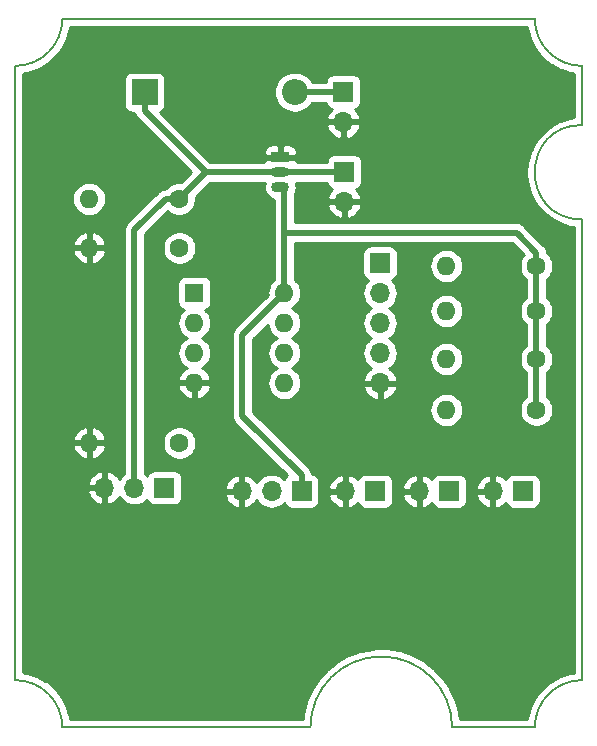
<source format=gbr>
G04 #@! TF.GenerationSoftware,KiCad,Pcbnew,5.1.4*
G04 #@! TF.CreationDate,2019-10-24T12:56:27-03:00*
G04 #@! TF.ProjectId,mows,6d6f7773-2e6b-4696-9361-645f70636258,rev?*
G04 #@! TF.SameCoordinates,Original*
G04 #@! TF.FileFunction,Copper,L1,Top*
G04 #@! TF.FilePolarity,Positive*
%FSLAX46Y46*%
G04 Gerber Fmt 4.6, Leading zero omitted, Abs format (unit mm)*
G04 Created by KiCad (PCBNEW 5.1.4) date 2019-10-24 12:56:27*
%MOMM*%
%LPD*%
G04 APERTURE LIST*
%ADD10C,0.150000*%
%ADD11O,1.700000X1.700000*%
%ADD12R,1.700000X1.700000*%
%ADD13R,1.500000X0.900000*%
%ADD14O,1.500000X0.900000*%
%ADD15O,2.200000X2.200000*%
%ADD16R,2.200000X2.200000*%
%ADD17O,1.600000X1.600000*%
%ADD18C,1.600000*%
%ADD19R,1.600000X1.600000*%
%ADD20C,0.500000*%
%ADD21C,0.254000*%
G04 APERTURE END LIST*
D10*
X171000000Y-86000000D02*
X171000000Y-125000000D01*
X171000000Y-73000000D02*
X171000000Y-78000000D01*
X171000000Y-86000000D02*
G75*
G02X171000000Y-78000000I0J4000000D01*
G01*
X148000000Y-129000000D02*
G75*
G02X160000000Y-129000000I6000000J0D01*
G01*
X167000000Y-129000000D02*
X160000000Y-129000000D01*
X147000000Y-129000000D02*
X148000000Y-129000000D01*
X127000000Y-129000000D02*
X147000000Y-129000000D01*
X127000000Y-69000000D02*
X167000000Y-69000000D01*
X123000000Y-125000000D02*
X123000000Y-73000000D01*
X123000000Y-125000000D02*
G75*
G02X127000000Y-129000000I0J-4000000D01*
G01*
X127000000Y-69000000D02*
G75*
G02X123000000Y-73000000I-4000000J0D01*
G01*
X171000000Y-73000000D02*
G75*
G02X167000000Y-69000000I0J4000000D01*
G01*
X167000000Y-129000000D02*
G75*
G02X171000000Y-125000000I4000000J0D01*
G01*
D11*
X142170000Y-109000000D03*
X144710000Y-109000000D03*
D12*
X147250000Y-109000000D03*
D13*
X145454500Y-80736500D03*
D14*
X145454500Y-83276500D03*
X145454500Y-82006500D03*
D15*
X146661000Y-75212000D03*
D16*
X133961000Y-75212000D03*
D17*
X129262000Y-84250000D03*
D18*
X136882000Y-84250000D03*
D17*
X129294000Y-88404000D03*
D18*
X136914000Y-88404000D03*
D11*
X150801200Y-77721520D03*
D12*
X150801200Y-75181520D03*
X150872320Y-81948080D03*
D11*
X150872320Y-84488080D03*
X153900000Y-99850000D03*
X153900000Y-97310000D03*
X153900000Y-94770000D03*
X153900000Y-92230000D03*
D12*
X153900000Y-89690000D03*
D17*
X159520000Y-102120000D03*
D18*
X167140000Y-102120000D03*
D11*
X150960000Y-109000000D03*
D12*
X153500000Y-109000000D03*
D17*
X145804000Y-92214000D03*
X138184000Y-99834000D03*
X145804000Y-94754000D03*
X138184000Y-97294000D03*
X145804000Y-97294000D03*
X138184000Y-94754000D03*
X145804000Y-99834000D03*
D19*
X138184000Y-92214000D03*
D17*
X159520000Y-97802000D03*
D18*
X167140000Y-97802000D03*
D17*
X159520000Y-93738000D03*
D18*
X167140000Y-93738000D03*
D17*
X159520000Y-89928000D03*
D18*
X167140000Y-89928000D03*
D17*
X129294000Y-104914000D03*
D18*
X136914000Y-104914000D03*
D11*
X130564000Y-108724000D03*
X133104000Y-108724000D03*
D12*
X135644000Y-108724000D03*
X159750000Y-109000000D03*
D11*
X157210000Y-109000000D03*
X163460000Y-109000000D03*
D12*
X166000000Y-109000000D03*
D20*
X133104000Y-86896630D02*
X133104000Y-107521919D01*
X133104000Y-107521919D02*
X133104000Y-108724000D01*
X135750630Y-84250000D02*
X133104000Y-86896630D01*
X136882000Y-84250000D02*
X135750630Y-84250000D01*
X165461870Y-87118500D02*
X145804000Y-87118500D01*
X167140000Y-89928000D02*
X167140000Y-88796630D01*
X167140000Y-88796630D02*
X165461870Y-87118500D01*
X145804000Y-92214000D02*
X145804000Y-87118500D01*
X167140000Y-89928000D02*
X167140000Y-93738000D01*
X167140000Y-93738000D02*
X167140000Y-98739000D01*
X167140000Y-97802000D02*
X167140000Y-98739000D01*
X167140000Y-98739000D02*
X167140000Y-102120000D01*
X145804000Y-87118500D02*
X145804000Y-83626000D01*
X145804000Y-83626000D02*
X145454500Y-83276500D01*
X147250000Y-107650000D02*
X147250000Y-109000000D01*
X142250000Y-95768000D02*
X142250000Y-102650000D01*
X142250000Y-102650000D02*
X147250000Y-107650000D01*
X145804000Y-92214000D02*
X142250000Y-95768000D01*
X150813900Y-82006500D02*
X150872320Y-81948080D01*
X145454500Y-82006500D02*
X150813900Y-82006500D01*
X139155500Y-82006500D02*
X133961000Y-76812000D01*
X145454500Y-82006500D02*
X139155500Y-82006500D01*
X133961000Y-76812000D02*
X133961000Y-75212000D01*
X137711999Y-83450001D02*
X139155500Y-82006500D01*
X137681999Y-83450001D02*
X137711999Y-83450001D01*
X136882000Y-84250000D02*
X137681999Y-83450001D01*
X150770720Y-75212000D02*
X150801200Y-75181520D01*
X146661000Y-75212000D02*
X150770720Y-75212000D01*
D21*
G36*
X166375589Y-69878528D02*
G01*
X166388521Y-69941529D01*
X166400586Y-70004774D01*
X166403451Y-70014265D01*
X166634299Y-70760014D01*
X166659223Y-70819305D01*
X166683342Y-70879003D01*
X166687997Y-70887755D01*
X167059300Y-71574465D01*
X167095257Y-71627774D01*
X167130520Y-71681661D01*
X167136786Y-71689343D01*
X167634399Y-72290854D01*
X167680035Y-72336173D01*
X167725084Y-72382175D01*
X167732722Y-72388494D01*
X168337693Y-72881895D01*
X168391253Y-72917480D01*
X168444389Y-72953863D01*
X168453109Y-72958578D01*
X169142393Y-73325077D01*
X169201875Y-73349594D01*
X169261035Y-73374950D01*
X169270505Y-73377881D01*
X170017850Y-73603518D01*
X170080969Y-73616016D01*
X170143920Y-73629396D01*
X170153777Y-73630432D01*
X170153779Y-73630432D01*
X170290000Y-73643789D01*
X170290001Y-77359313D01*
X170089210Y-77381835D01*
X170026285Y-77395210D01*
X169963140Y-77407713D01*
X169953670Y-77410645D01*
X169209549Y-77646694D01*
X169150422Y-77672036D01*
X169090907Y-77696566D01*
X169082187Y-77701281D01*
X168398087Y-78077368D01*
X168345000Y-78113717D01*
X168291391Y-78149335D01*
X168283753Y-78155654D01*
X167685730Y-78657455D01*
X167640716Y-78703421D01*
X167595044Y-78748776D01*
X167588784Y-78756453D01*
X167588779Y-78756458D01*
X167588775Y-78756463D01*
X167099613Y-79364858D01*
X167064398Y-79418672D01*
X167028392Y-79472054D01*
X167023739Y-79480807D01*
X166662060Y-80172634D01*
X166637962Y-80232280D01*
X166613017Y-80291621D01*
X166610152Y-80301111D01*
X166389738Y-81050012D01*
X166377684Y-81113202D01*
X166364740Y-81176259D01*
X166363773Y-81186125D01*
X166293019Y-81963575D01*
X166293468Y-82027892D01*
X166293019Y-82092275D01*
X166293986Y-82102141D01*
X166375589Y-82878528D01*
X166388521Y-82941529D01*
X166400586Y-83004774D01*
X166403451Y-83014265D01*
X166634299Y-83760014D01*
X166659223Y-83819305D01*
X166683342Y-83879003D01*
X166687997Y-83887755D01*
X167059300Y-84574465D01*
X167095257Y-84627774D01*
X167130520Y-84681661D01*
X167136786Y-84689343D01*
X167634399Y-85290854D01*
X167680035Y-85336173D01*
X167725084Y-85382175D01*
X167732722Y-85388494D01*
X168337693Y-85881895D01*
X168391253Y-85917480D01*
X168444389Y-85953863D01*
X168453109Y-85958578D01*
X169142393Y-86325077D01*
X169201875Y-86349594D01*
X169261035Y-86374950D01*
X169270505Y-86377881D01*
X170017850Y-86603518D01*
X170080969Y-86616016D01*
X170143920Y-86629396D01*
X170153777Y-86630432D01*
X170153779Y-86630432D01*
X170290000Y-86643789D01*
X170290001Y-124357875D01*
X170121472Y-124375588D01*
X170058447Y-124388526D01*
X169995225Y-124400586D01*
X169985735Y-124403451D01*
X169239985Y-124634299D01*
X169180636Y-124659247D01*
X169120997Y-124683343D01*
X169112249Y-124687994D01*
X169112245Y-124687996D01*
X169112244Y-124687997D01*
X168425535Y-125059300D01*
X168372226Y-125095257D01*
X168318339Y-125130520D01*
X168310657Y-125136785D01*
X167709146Y-125634399D01*
X167663827Y-125680035D01*
X167617825Y-125725084D01*
X167611506Y-125732723D01*
X167118104Y-126337693D01*
X167082508Y-126391269D01*
X167046137Y-126444388D01*
X167041427Y-126453101D01*
X167041422Y-126453109D01*
X167041419Y-126453117D01*
X166674923Y-127142393D01*
X166650418Y-127201847D01*
X166625050Y-127261035D01*
X166622119Y-127270505D01*
X166396482Y-128017850D01*
X166383986Y-128080963D01*
X166370604Y-128143920D01*
X166369568Y-128153779D01*
X166356211Y-128290000D01*
X160652041Y-128290000D01*
X160599704Y-127800265D01*
X160590424Y-127751617D01*
X160582333Y-127702745D01*
X160577901Y-127685972D01*
X160315135Y-126738471D01*
X160298036Y-126691997D01*
X160282071Y-126645100D01*
X160274959Y-126629276D01*
X159860971Y-125737414D01*
X159836514Y-125694362D01*
X159813100Y-125650695D01*
X159803500Y-125636245D01*
X159249406Y-124823974D01*
X159218229Y-124785474D01*
X159188014Y-124746239D01*
X159176183Y-124733552D01*
X158496864Y-124022685D01*
X158459819Y-123989795D01*
X158423600Y-123956020D01*
X158409863Y-123945441D01*
X158409856Y-123945435D01*
X158409850Y-123945431D01*
X157623556Y-123355065D01*
X157581659Y-123328681D01*
X157540389Y-123301261D01*
X157525100Y-123293063D01*
X156652936Y-122839043D01*
X156607261Y-122819843D01*
X156562097Y-122799546D01*
X156545679Y-122793957D01*
X156545675Y-122793955D01*
X156545671Y-122793954D01*
X155611067Y-122488479D01*
X155562897Y-122477003D01*
X155514998Y-122464348D01*
X155497883Y-122461514D01*
X154525934Y-122312785D01*
X154476513Y-122309329D01*
X154427213Y-122304669D01*
X154409865Y-122304669D01*
X153426676Y-122316681D01*
X153377378Y-122321341D01*
X153327955Y-122324797D01*
X153310840Y-122327631D01*
X152342814Y-122500063D01*
X152294936Y-122512713D01*
X152246745Y-122524194D01*
X152230322Y-122529785D01*
X151303459Y-122858003D01*
X151258262Y-122878316D01*
X151212620Y-122897502D01*
X151197337Y-122905697D01*
X151197332Y-122905699D01*
X151197328Y-122905702D01*
X150336520Y-123380893D01*
X150295255Y-123408310D01*
X150253353Y-123434697D01*
X150239608Y-123445282D01*
X149467967Y-124054687D01*
X149431750Y-124088461D01*
X149394704Y-124121351D01*
X149382872Y-124134039D01*
X148721124Y-124861290D01*
X148690905Y-124900531D01*
X148659733Y-124939025D01*
X148650132Y-124953475D01*
X148116049Y-125779041D01*
X148092652Y-125822677D01*
X148068178Y-125865759D01*
X148061066Y-125881583D01*
X147668991Y-126783294D01*
X147653024Y-126830198D01*
X147635927Y-126876666D01*
X147631495Y-126893439D01*
X147391958Y-127847078D01*
X147383872Y-127895923D01*
X147374587Y-127944597D01*
X147372954Y-127961868D01*
X147345977Y-128290000D01*
X127642125Y-128290000D01*
X127624412Y-128121472D01*
X127611474Y-128058447D01*
X127599414Y-127995225D01*
X127596549Y-127985735D01*
X127365701Y-127239985D01*
X127340753Y-127180636D01*
X127316657Y-127120997D01*
X127312003Y-127112244D01*
X126940700Y-126425535D01*
X126904743Y-126372226D01*
X126869480Y-126318339D01*
X126863215Y-126310657D01*
X126365601Y-125709146D01*
X126319965Y-125663827D01*
X126274916Y-125617825D01*
X126267277Y-125611506D01*
X125662307Y-125118104D01*
X125608731Y-125082508D01*
X125555612Y-125046137D01*
X125546899Y-125041427D01*
X125546891Y-125041422D01*
X125546883Y-125041419D01*
X124857607Y-124674923D01*
X124798153Y-124650418D01*
X124738965Y-124625050D01*
X124729495Y-124622119D01*
X123982150Y-124396482D01*
X123919037Y-124383986D01*
X123856080Y-124370604D01*
X123846221Y-124369568D01*
X123710000Y-124356211D01*
X123710000Y-109080891D01*
X129122519Y-109080891D01*
X129219843Y-109355252D01*
X129368822Y-109605355D01*
X129563731Y-109821588D01*
X129797080Y-109995641D01*
X130059901Y-110120825D01*
X130207110Y-110165476D01*
X130437000Y-110044155D01*
X130437000Y-108851000D01*
X129243186Y-108851000D01*
X129122519Y-109080891D01*
X123710000Y-109080891D01*
X123710000Y-108367109D01*
X129122519Y-108367109D01*
X129243186Y-108597000D01*
X130437000Y-108597000D01*
X130437000Y-107403845D01*
X130691000Y-107403845D01*
X130691000Y-108597000D01*
X130711000Y-108597000D01*
X130711000Y-108851000D01*
X130691000Y-108851000D01*
X130691000Y-110044155D01*
X130920890Y-110165476D01*
X131068099Y-110120825D01*
X131330920Y-109995641D01*
X131564269Y-109821588D01*
X131759178Y-109605355D01*
X131828799Y-109488477D01*
X131863294Y-109553014D01*
X132048866Y-109779134D01*
X132274986Y-109964706D01*
X132532966Y-110102599D01*
X132812889Y-110187513D01*
X133031050Y-110209000D01*
X133176950Y-110209000D01*
X133395111Y-110187513D01*
X133675034Y-110102599D01*
X133933014Y-109964706D01*
X134159134Y-109779134D01*
X134183607Y-109749313D01*
X134204498Y-109818180D01*
X134263463Y-109928494D01*
X134342815Y-110025185D01*
X134439506Y-110104537D01*
X134549820Y-110163502D01*
X134669518Y-110199812D01*
X134794000Y-110212072D01*
X136494000Y-110212072D01*
X136618482Y-110199812D01*
X136738180Y-110163502D01*
X136848494Y-110104537D01*
X136945185Y-110025185D01*
X137024537Y-109928494D01*
X137083502Y-109818180D01*
X137119812Y-109698482D01*
X137132072Y-109574000D01*
X137132072Y-109356891D01*
X140728519Y-109356891D01*
X140825843Y-109631252D01*
X140974822Y-109881355D01*
X141169731Y-110097588D01*
X141403080Y-110271641D01*
X141665901Y-110396825D01*
X141813110Y-110441476D01*
X142043000Y-110320155D01*
X142043000Y-109127000D01*
X140849186Y-109127000D01*
X140728519Y-109356891D01*
X137132072Y-109356891D01*
X137132072Y-108643109D01*
X140728519Y-108643109D01*
X140849186Y-108873000D01*
X142043000Y-108873000D01*
X142043000Y-107679845D01*
X141813110Y-107558524D01*
X141665901Y-107603175D01*
X141403080Y-107728359D01*
X141169731Y-107902412D01*
X140974822Y-108118645D01*
X140825843Y-108368748D01*
X140728519Y-108643109D01*
X137132072Y-108643109D01*
X137132072Y-107874000D01*
X137119812Y-107749518D01*
X137083502Y-107629820D01*
X137024537Y-107519506D01*
X136945185Y-107422815D01*
X136848494Y-107343463D01*
X136738180Y-107284498D01*
X136618482Y-107248188D01*
X136494000Y-107235928D01*
X134794000Y-107235928D01*
X134669518Y-107248188D01*
X134549820Y-107284498D01*
X134439506Y-107343463D01*
X134342815Y-107422815D01*
X134263463Y-107519506D01*
X134204498Y-107629820D01*
X134183607Y-107698687D01*
X134159134Y-107668866D01*
X133989000Y-107529241D01*
X133989000Y-104772665D01*
X135479000Y-104772665D01*
X135479000Y-105055335D01*
X135534147Y-105332574D01*
X135642320Y-105593727D01*
X135799363Y-105828759D01*
X135999241Y-106028637D01*
X136234273Y-106185680D01*
X136495426Y-106293853D01*
X136772665Y-106349000D01*
X137055335Y-106349000D01*
X137332574Y-106293853D01*
X137593727Y-106185680D01*
X137828759Y-106028637D01*
X138028637Y-105828759D01*
X138185680Y-105593727D01*
X138293853Y-105332574D01*
X138349000Y-105055335D01*
X138349000Y-104772665D01*
X138293853Y-104495426D01*
X138185680Y-104234273D01*
X138028637Y-103999241D01*
X137828759Y-103799363D01*
X137593727Y-103642320D01*
X137332574Y-103534147D01*
X137055335Y-103479000D01*
X136772665Y-103479000D01*
X136495426Y-103534147D01*
X136234273Y-103642320D01*
X135999241Y-103799363D01*
X135799363Y-103999241D01*
X135642320Y-104234273D01*
X135534147Y-104495426D01*
X135479000Y-104772665D01*
X133989000Y-104772665D01*
X133989000Y-100183039D01*
X136792096Y-100183039D01*
X136832754Y-100317087D01*
X136952963Y-100571420D01*
X137120481Y-100797414D01*
X137328869Y-100986385D01*
X137570119Y-101131070D01*
X137834960Y-101225909D01*
X138057000Y-101104624D01*
X138057000Y-99961000D01*
X138311000Y-99961000D01*
X138311000Y-101104624D01*
X138533040Y-101225909D01*
X138797881Y-101131070D01*
X139039131Y-100986385D01*
X139247519Y-100797414D01*
X139415037Y-100571420D01*
X139535246Y-100317087D01*
X139575904Y-100183039D01*
X139453915Y-99961000D01*
X138311000Y-99961000D01*
X138057000Y-99961000D01*
X136914085Y-99961000D01*
X136792096Y-100183039D01*
X133989000Y-100183039D01*
X133989000Y-94754000D01*
X136742057Y-94754000D01*
X136769764Y-95035309D01*
X136851818Y-95305808D01*
X136985068Y-95555101D01*
X137164392Y-95773608D01*
X137382899Y-95952932D01*
X137515858Y-96024000D01*
X137382899Y-96095068D01*
X137164392Y-96274392D01*
X136985068Y-96492899D01*
X136851818Y-96742192D01*
X136769764Y-97012691D01*
X136742057Y-97294000D01*
X136769764Y-97575309D01*
X136851818Y-97845808D01*
X136985068Y-98095101D01*
X137164392Y-98313608D01*
X137382899Y-98492932D01*
X137520682Y-98566579D01*
X137328869Y-98681615D01*
X137120481Y-98870586D01*
X136952963Y-99096580D01*
X136832754Y-99350913D01*
X136792096Y-99484961D01*
X136914085Y-99707000D01*
X138057000Y-99707000D01*
X138057000Y-99687000D01*
X138311000Y-99687000D01*
X138311000Y-99707000D01*
X139453915Y-99707000D01*
X139575904Y-99484961D01*
X139535246Y-99350913D01*
X139415037Y-99096580D01*
X139247519Y-98870586D01*
X139039131Y-98681615D01*
X138847318Y-98566579D01*
X138985101Y-98492932D01*
X139203608Y-98313608D01*
X139382932Y-98095101D01*
X139516182Y-97845808D01*
X139598236Y-97575309D01*
X139625943Y-97294000D01*
X139598236Y-97012691D01*
X139516182Y-96742192D01*
X139382932Y-96492899D01*
X139203608Y-96274392D01*
X138985101Y-96095068D01*
X138852142Y-96024000D01*
X138985101Y-95952932D01*
X139203608Y-95773608D01*
X139382932Y-95555101D01*
X139516182Y-95305808D01*
X139598236Y-95035309D01*
X139625943Y-94754000D01*
X139598236Y-94472691D01*
X139516182Y-94202192D01*
X139382932Y-93952899D01*
X139203608Y-93734392D01*
X139090518Y-93641581D01*
X139108482Y-93639812D01*
X139228180Y-93603502D01*
X139338494Y-93544537D01*
X139435185Y-93465185D01*
X139514537Y-93368494D01*
X139573502Y-93258180D01*
X139609812Y-93138482D01*
X139622072Y-93014000D01*
X139622072Y-91414000D01*
X139609812Y-91289518D01*
X139573502Y-91169820D01*
X139514537Y-91059506D01*
X139435185Y-90962815D01*
X139338494Y-90883463D01*
X139228180Y-90824498D01*
X139108482Y-90788188D01*
X138984000Y-90775928D01*
X137384000Y-90775928D01*
X137259518Y-90788188D01*
X137139820Y-90824498D01*
X137029506Y-90883463D01*
X136932815Y-90962815D01*
X136853463Y-91059506D01*
X136794498Y-91169820D01*
X136758188Y-91289518D01*
X136745928Y-91414000D01*
X136745928Y-93014000D01*
X136758188Y-93138482D01*
X136794498Y-93258180D01*
X136853463Y-93368494D01*
X136932815Y-93465185D01*
X137029506Y-93544537D01*
X137139820Y-93603502D01*
X137259518Y-93639812D01*
X137277482Y-93641581D01*
X137164392Y-93734392D01*
X136985068Y-93952899D01*
X136851818Y-94202192D01*
X136769764Y-94472691D01*
X136742057Y-94754000D01*
X133989000Y-94754000D01*
X133989000Y-88262665D01*
X135479000Y-88262665D01*
X135479000Y-88545335D01*
X135534147Y-88822574D01*
X135642320Y-89083727D01*
X135799363Y-89318759D01*
X135999241Y-89518637D01*
X136234273Y-89675680D01*
X136495426Y-89783853D01*
X136772665Y-89839000D01*
X137055335Y-89839000D01*
X137332574Y-89783853D01*
X137593727Y-89675680D01*
X137828759Y-89518637D01*
X138028637Y-89318759D01*
X138185680Y-89083727D01*
X138293853Y-88822574D01*
X138349000Y-88545335D01*
X138349000Y-88262665D01*
X138293853Y-87985426D01*
X138185680Y-87724273D01*
X138028637Y-87489241D01*
X137828759Y-87289363D01*
X137593727Y-87132320D01*
X137332574Y-87024147D01*
X137055335Y-86969000D01*
X136772665Y-86969000D01*
X136495426Y-87024147D01*
X136234273Y-87132320D01*
X135999241Y-87289363D01*
X135799363Y-87489241D01*
X135642320Y-87724273D01*
X135534147Y-87985426D01*
X135479000Y-88262665D01*
X133989000Y-88262665D01*
X133989000Y-87263208D01*
X135927406Y-85324802D01*
X135967241Y-85364637D01*
X136202273Y-85521680D01*
X136463426Y-85629853D01*
X136740665Y-85685000D01*
X137023335Y-85685000D01*
X137300574Y-85629853D01*
X137561727Y-85521680D01*
X137796759Y-85364637D01*
X137996637Y-85164759D01*
X138153680Y-84929727D01*
X138261853Y-84668574D01*
X138317000Y-84391335D01*
X138317000Y-84108665D01*
X138315238Y-84099809D01*
X138340816Y-84078818D01*
X138368533Y-84045045D01*
X139522079Y-82891500D01*
X144137467Y-82891500D01*
X144085200Y-83063803D01*
X144064251Y-83276500D01*
X144085200Y-83489197D01*
X144147241Y-83693720D01*
X144247991Y-83882210D01*
X144383578Y-84047422D01*
X144548790Y-84183009D01*
X144737280Y-84283759D01*
X144919001Y-84338883D01*
X144919000Y-87075023D01*
X144914718Y-87118500D01*
X144919001Y-87161987D01*
X144919000Y-91083922D01*
X144784392Y-91194392D01*
X144605068Y-91412899D01*
X144471818Y-91662192D01*
X144389764Y-91932691D01*
X144362057Y-92214000D01*
X144379125Y-92387296D01*
X141654956Y-95111466D01*
X141621183Y-95139183D01*
X141510589Y-95273942D01*
X141428411Y-95427688D01*
X141377805Y-95594511D01*
X141365000Y-95724524D01*
X141365000Y-95724531D01*
X141360719Y-95768000D01*
X141365000Y-95811469D01*
X141365001Y-102606521D01*
X141360719Y-102650000D01*
X141377805Y-102823490D01*
X141428412Y-102990313D01*
X141510590Y-103144059D01*
X141593468Y-103245046D01*
X141593471Y-103245049D01*
X141621184Y-103278817D01*
X141654952Y-103306530D01*
X146002872Y-107654451D01*
X145948815Y-107698815D01*
X145869463Y-107795506D01*
X145810498Y-107905820D01*
X145789607Y-107974687D01*
X145765134Y-107944866D01*
X145539014Y-107759294D01*
X145281034Y-107621401D01*
X145001111Y-107536487D01*
X144782950Y-107515000D01*
X144637050Y-107515000D01*
X144418889Y-107536487D01*
X144138966Y-107621401D01*
X143880986Y-107759294D01*
X143654866Y-107944866D01*
X143469294Y-108170986D01*
X143434799Y-108235523D01*
X143365178Y-108118645D01*
X143170269Y-107902412D01*
X142936920Y-107728359D01*
X142674099Y-107603175D01*
X142526890Y-107558524D01*
X142297000Y-107679845D01*
X142297000Y-108873000D01*
X142317000Y-108873000D01*
X142317000Y-109127000D01*
X142297000Y-109127000D01*
X142297000Y-110320155D01*
X142526890Y-110441476D01*
X142674099Y-110396825D01*
X142936920Y-110271641D01*
X143170269Y-110097588D01*
X143365178Y-109881355D01*
X143434799Y-109764477D01*
X143469294Y-109829014D01*
X143654866Y-110055134D01*
X143880986Y-110240706D01*
X144138966Y-110378599D01*
X144418889Y-110463513D01*
X144637050Y-110485000D01*
X144782950Y-110485000D01*
X145001111Y-110463513D01*
X145281034Y-110378599D01*
X145539014Y-110240706D01*
X145765134Y-110055134D01*
X145789607Y-110025313D01*
X145810498Y-110094180D01*
X145869463Y-110204494D01*
X145948815Y-110301185D01*
X146045506Y-110380537D01*
X146155820Y-110439502D01*
X146275518Y-110475812D01*
X146400000Y-110488072D01*
X148100000Y-110488072D01*
X148224482Y-110475812D01*
X148344180Y-110439502D01*
X148454494Y-110380537D01*
X148551185Y-110301185D01*
X148630537Y-110204494D01*
X148689502Y-110094180D01*
X148725812Y-109974482D01*
X148738072Y-109850000D01*
X148738072Y-109356891D01*
X149518519Y-109356891D01*
X149615843Y-109631252D01*
X149764822Y-109881355D01*
X149959731Y-110097588D01*
X150193080Y-110271641D01*
X150455901Y-110396825D01*
X150603110Y-110441476D01*
X150833000Y-110320155D01*
X150833000Y-109127000D01*
X149639186Y-109127000D01*
X149518519Y-109356891D01*
X148738072Y-109356891D01*
X148738072Y-108643109D01*
X149518519Y-108643109D01*
X149639186Y-108873000D01*
X150833000Y-108873000D01*
X150833000Y-107679845D01*
X151087000Y-107679845D01*
X151087000Y-108873000D01*
X151107000Y-108873000D01*
X151107000Y-109127000D01*
X151087000Y-109127000D01*
X151087000Y-110320155D01*
X151316890Y-110441476D01*
X151464099Y-110396825D01*
X151726920Y-110271641D01*
X151960269Y-110097588D01*
X152036034Y-110013534D01*
X152060498Y-110094180D01*
X152119463Y-110204494D01*
X152198815Y-110301185D01*
X152295506Y-110380537D01*
X152405820Y-110439502D01*
X152525518Y-110475812D01*
X152650000Y-110488072D01*
X154350000Y-110488072D01*
X154474482Y-110475812D01*
X154594180Y-110439502D01*
X154704494Y-110380537D01*
X154801185Y-110301185D01*
X154880537Y-110204494D01*
X154939502Y-110094180D01*
X154975812Y-109974482D01*
X154988072Y-109850000D01*
X154988072Y-109356891D01*
X155768519Y-109356891D01*
X155865843Y-109631252D01*
X156014822Y-109881355D01*
X156209731Y-110097588D01*
X156443080Y-110271641D01*
X156705901Y-110396825D01*
X156853110Y-110441476D01*
X157083000Y-110320155D01*
X157083000Y-109127000D01*
X155889186Y-109127000D01*
X155768519Y-109356891D01*
X154988072Y-109356891D01*
X154988072Y-108643109D01*
X155768519Y-108643109D01*
X155889186Y-108873000D01*
X157083000Y-108873000D01*
X157083000Y-107679845D01*
X157337000Y-107679845D01*
X157337000Y-108873000D01*
X157357000Y-108873000D01*
X157357000Y-109127000D01*
X157337000Y-109127000D01*
X157337000Y-110320155D01*
X157566890Y-110441476D01*
X157714099Y-110396825D01*
X157976920Y-110271641D01*
X158210269Y-110097588D01*
X158286034Y-110013534D01*
X158310498Y-110094180D01*
X158369463Y-110204494D01*
X158448815Y-110301185D01*
X158545506Y-110380537D01*
X158655820Y-110439502D01*
X158775518Y-110475812D01*
X158900000Y-110488072D01*
X160600000Y-110488072D01*
X160724482Y-110475812D01*
X160844180Y-110439502D01*
X160954494Y-110380537D01*
X161051185Y-110301185D01*
X161130537Y-110204494D01*
X161189502Y-110094180D01*
X161225812Y-109974482D01*
X161238072Y-109850000D01*
X161238072Y-109356891D01*
X162018519Y-109356891D01*
X162115843Y-109631252D01*
X162264822Y-109881355D01*
X162459731Y-110097588D01*
X162693080Y-110271641D01*
X162955901Y-110396825D01*
X163103110Y-110441476D01*
X163333000Y-110320155D01*
X163333000Y-109127000D01*
X162139186Y-109127000D01*
X162018519Y-109356891D01*
X161238072Y-109356891D01*
X161238072Y-108643109D01*
X162018519Y-108643109D01*
X162139186Y-108873000D01*
X163333000Y-108873000D01*
X163333000Y-107679845D01*
X163587000Y-107679845D01*
X163587000Y-108873000D01*
X163607000Y-108873000D01*
X163607000Y-109127000D01*
X163587000Y-109127000D01*
X163587000Y-110320155D01*
X163816890Y-110441476D01*
X163964099Y-110396825D01*
X164226920Y-110271641D01*
X164460269Y-110097588D01*
X164536034Y-110013534D01*
X164560498Y-110094180D01*
X164619463Y-110204494D01*
X164698815Y-110301185D01*
X164795506Y-110380537D01*
X164905820Y-110439502D01*
X165025518Y-110475812D01*
X165150000Y-110488072D01*
X166850000Y-110488072D01*
X166974482Y-110475812D01*
X167094180Y-110439502D01*
X167204494Y-110380537D01*
X167301185Y-110301185D01*
X167380537Y-110204494D01*
X167439502Y-110094180D01*
X167475812Y-109974482D01*
X167488072Y-109850000D01*
X167488072Y-108150000D01*
X167475812Y-108025518D01*
X167439502Y-107905820D01*
X167380537Y-107795506D01*
X167301185Y-107698815D01*
X167204494Y-107619463D01*
X167094180Y-107560498D01*
X166974482Y-107524188D01*
X166850000Y-107511928D01*
X165150000Y-107511928D01*
X165025518Y-107524188D01*
X164905820Y-107560498D01*
X164795506Y-107619463D01*
X164698815Y-107698815D01*
X164619463Y-107795506D01*
X164560498Y-107905820D01*
X164536034Y-107986466D01*
X164460269Y-107902412D01*
X164226920Y-107728359D01*
X163964099Y-107603175D01*
X163816890Y-107558524D01*
X163587000Y-107679845D01*
X163333000Y-107679845D01*
X163103110Y-107558524D01*
X162955901Y-107603175D01*
X162693080Y-107728359D01*
X162459731Y-107902412D01*
X162264822Y-108118645D01*
X162115843Y-108368748D01*
X162018519Y-108643109D01*
X161238072Y-108643109D01*
X161238072Y-108150000D01*
X161225812Y-108025518D01*
X161189502Y-107905820D01*
X161130537Y-107795506D01*
X161051185Y-107698815D01*
X160954494Y-107619463D01*
X160844180Y-107560498D01*
X160724482Y-107524188D01*
X160600000Y-107511928D01*
X158900000Y-107511928D01*
X158775518Y-107524188D01*
X158655820Y-107560498D01*
X158545506Y-107619463D01*
X158448815Y-107698815D01*
X158369463Y-107795506D01*
X158310498Y-107905820D01*
X158286034Y-107986466D01*
X158210269Y-107902412D01*
X157976920Y-107728359D01*
X157714099Y-107603175D01*
X157566890Y-107558524D01*
X157337000Y-107679845D01*
X157083000Y-107679845D01*
X156853110Y-107558524D01*
X156705901Y-107603175D01*
X156443080Y-107728359D01*
X156209731Y-107902412D01*
X156014822Y-108118645D01*
X155865843Y-108368748D01*
X155768519Y-108643109D01*
X154988072Y-108643109D01*
X154988072Y-108150000D01*
X154975812Y-108025518D01*
X154939502Y-107905820D01*
X154880537Y-107795506D01*
X154801185Y-107698815D01*
X154704494Y-107619463D01*
X154594180Y-107560498D01*
X154474482Y-107524188D01*
X154350000Y-107511928D01*
X152650000Y-107511928D01*
X152525518Y-107524188D01*
X152405820Y-107560498D01*
X152295506Y-107619463D01*
X152198815Y-107698815D01*
X152119463Y-107795506D01*
X152060498Y-107905820D01*
X152036034Y-107986466D01*
X151960269Y-107902412D01*
X151726920Y-107728359D01*
X151464099Y-107603175D01*
X151316890Y-107558524D01*
X151087000Y-107679845D01*
X150833000Y-107679845D01*
X150603110Y-107558524D01*
X150455901Y-107603175D01*
X150193080Y-107728359D01*
X149959731Y-107902412D01*
X149764822Y-108118645D01*
X149615843Y-108368748D01*
X149518519Y-108643109D01*
X148738072Y-108643109D01*
X148738072Y-108150000D01*
X148725812Y-108025518D01*
X148689502Y-107905820D01*
X148630537Y-107795506D01*
X148551185Y-107698815D01*
X148454494Y-107619463D01*
X148344180Y-107560498D01*
X148224482Y-107524188D01*
X148125935Y-107514482D01*
X148122195Y-107476510D01*
X148071589Y-107309687D01*
X147989411Y-107155941D01*
X147878817Y-107021183D01*
X147845051Y-106993472D01*
X143135000Y-102283422D01*
X143135000Y-102120000D01*
X158078057Y-102120000D01*
X158105764Y-102401309D01*
X158187818Y-102671808D01*
X158321068Y-102921101D01*
X158500392Y-103139608D01*
X158718899Y-103318932D01*
X158968192Y-103452182D01*
X159238691Y-103534236D01*
X159449508Y-103555000D01*
X159590492Y-103555000D01*
X159801309Y-103534236D01*
X160071808Y-103452182D01*
X160321101Y-103318932D01*
X160539608Y-103139608D01*
X160718932Y-102921101D01*
X160852182Y-102671808D01*
X160934236Y-102401309D01*
X160961943Y-102120000D01*
X160934236Y-101838691D01*
X160852182Y-101568192D01*
X160718932Y-101318899D01*
X160539608Y-101100392D01*
X160321101Y-100921068D01*
X160071808Y-100787818D01*
X159801309Y-100705764D01*
X159590492Y-100685000D01*
X159449508Y-100685000D01*
X159238691Y-100705764D01*
X158968192Y-100787818D01*
X158718899Y-100921068D01*
X158500392Y-101100392D01*
X158321068Y-101318899D01*
X158187818Y-101568192D01*
X158105764Y-101838691D01*
X158078057Y-102120000D01*
X143135000Y-102120000D01*
X143135000Y-96134578D01*
X144375822Y-94893756D01*
X144389764Y-95035309D01*
X144471818Y-95305808D01*
X144605068Y-95555101D01*
X144784392Y-95773608D01*
X145002899Y-95952932D01*
X145135858Y-96024000D01*
X145002899Y-96095068D01*
X144784392Y-96274392D01*
X144605068Y-96492899D01*
X144471818Y-96742192D01*
X144389764Y-97012691D01*
X144362057Y-97294000D01*
X144389764Y-97575309D01*
X144471818Y-97845808D01*
X144605068Y-98095101D01*
X144784392Y-98313608D01*
X145002899Y-98492932D01*
X145135858Y-98564000D01*
X145002899Y-98635068D01*
X144784392Y-98814392D01*
X144605068Y-99032899D01*
X144471818Y-99282192D01*
X144389764Y-99552691D01*
X144362057Y-99834000D01*
X144389764Y-100115309D01*
X144471818Y-100385808D01*
X144605068Y-100635101D01*
X144784392Y-100853608D01*
X145002899Y-101032932D01*
X145252192Y-101166182D01*
X145522691Y-101248236D01*
X145733508Y-101269000D01*
X145874492Y-101269000D01*
X146085309Y-101248236D01*
X146355808Y-101166182D01*
X146605101Y-101032932D01*
X146823608Y-100853608D01*
X147002932Y-100635101D01*
X147136182Y-100385808D01*
X147190455Y-100206890D01*
X152458524Y-100206890D01*
X152503175Y-100354099D01*
X152628359Y-100616920D01*
X152802412Y-100850269D01*
X153018645Y-101045178D01*
X153268748Y-101194157D01*
X153543109Y-101291481D01*
X153773000Y-101170814D01*
X153773000Y-99977000D01*
X154027000Y-99977000D01*
X154027000Y-101170814D01*
X154256891Y-101291481D01*
X154531252Y-101194157D01*
X154781355Y-101045178D01*
X154997588Y-100850269D01*
X155171641Y-100616920D01*
X155296825Y-100354099D01*
X155341476Y-100206890D01*
X155220155Y-99977000D01*
X154027000Y-99977000D01*
X153773000Y-99977000D01*
X152579845Y-99977000D01*
X152458524Y-100206890D01*
X147190455Y-100206890D01*
X147218236Y-100115309D01*
X147245943Y-99834000D01*
X147218236Y-99552691D01*
X147136182Y-99282192D01*
X147002932Y-99032899D01*
X146823608Y-98814392D01*
X146605101Y-98635068D01*
X146472142Y-98564000D01*
X146605101Y-98492932D01*
X146823608Y-98313608D01*
X147002932Y-98095101D01*
X147136182Y-97845808D01*
X147218236Y-97575309D01*
X147245943Y-97294000D01*
X147218236Y-97012691D01*
X147136182Y-96742192D01*
X147002932Y-96492899D01*
X146823608Y-96274392D01*
X146605101Y-96095068D01*
X146472142Y-96024000D01*
X146605101Y-95952932D01*
X146823608Y-95773608D01*
X147002932Y-95555101D01*
X147136182Y-95305808D01*
X147218236Y-95035309D01*
X147245943Y-94754000D01*
X147218236Y-94472691D01*
X147136182Y-94202192D01*
X147002932Y-93952899D01*
X146823608Y-93734392D01*
X146605101Y-93555068D01*
X146472142Y-93484000D01*
X146605101Y-93412932D01*
X146823608Y-93233608D01*
X147002932Y-93015101D01*
X147136182Y-92765808D01*
X147218236Y-92495309D01*
X147244367Y-92230000D01*
X152407815Y-92230000D01*
X152436487Y-92521111D01*
X152521401Y-92801034D01*
X152659294Y-93059014D01*
X152844866Y-93285134D01*
X153070986Y-93470706D01*
X153125791Y-93500000D01*
X153070986Y-93529294D01*
X152844866Y-93714866D01*
X152659294Y-93940986D01*
X152521401Y-94198966D01*
X152436487Y-94478889D01*
X152407815Y-94770000D01*
X152436487Y-95061111D01*
X152521401Y-95341034D01*
X152659294Y-95599014D01*
X152844866Y-95825134D01*
X153070986Y-96010706D01*
X153125791Y-96040000D01*
X153070986Y-96069294D01*
X152844866Y-96254866D01*
X152659294Y-96480986D01*
X152521401Y-96738966D01*
X152436487Y-97018889D01*
X152407815Y-97310000D01*
X152436487Y-97601111D01*
X152521401Y-97881034D01*
X152659294Y-98139014D01*
X152844866Y-98365134D01*
X153070986Y-98550706D01*
X153135523Y-98585201D01*
X153018645Y-98654822D01*
X152802412Y-98849731D01*
X152628359Y-99083080D01*
X152503175Y-99345901D01*
X152458524Y-99493110D01*
X152579845Y-99723000D01*
X153773000Y-99723000D01*
X153773000Y-99703000D01*
X154027000Y-99703000D01*
X154027000Y-99723000D01*
X155220155Y-99723000D01*
X155341476Y-99493110D01*
X155296825Y-99345901D01*
X155171641Y-99083080D01*
X154997588Y-98849731D01*
X154781355Y-98654822D01*
X154664477Y-98585201D01*
X154729014Y-98550706D01*
X154955134Y-98365134D01*
X155140706Y-98139014D01*
X155278599Y-97881034D01*
X155302573Y-97802000D01*
X158078057Y-97802000D01*
X158105764Y-98083309D01*
X158187818Y-98353808D01*
X158321068Y-98603101D01*
X158500392Y-98821608D01*
X158718899Y-99000932D01*
X158968192Y-99134182D01*
X159238691Y-99216236D01*
X159449508Y-99237000D01*
X159590492Y-99237000D01*
X159801309Y-99216236D01*
X160071808Y-99134182D01*
X160321101Y-99000932D01*
X160539608Y-98821608D01*
X160718932Y-98603101D01*
X160852182Y-98353808D01*
X160934236Y-98083309D01*
X160961943Y-97802000D01*
X160934236Y-97520691D01*
X160852182Y-97250192D01*
X160718932Y-97000899D01*
X160539608Y-96782392D01*
X160321101Y-96603068D01*
X160071808Y-96469818D01*
X159801309Y-96387764D01*
X159590492Y-96367000D01*
X159449508Y-96367000D01*
X159238691Y-96387764D01*
X158968192Y-96469818D01*
X158718899Y-96603068D01*
X158500392Y-96782392D01*
X158321068Y-97000899D01*
X158187818Y-97250192D01*
X158105764Y-97520691D01*
X158078057Y-97802000D01*
X155302573Y-97802000D01*
X155363513Y-97601111D01*
X155392185Y-97310000D01*
X155363513Y-97018889D01*
X155278599Y-96738966D01*
X155140706Y-96480986D01*
X154955134Y-96254866D01*
X154729014Y-96069294D01*
X154674209Y-96040000D01*
X154729014Y-96010706D01*
X154955134Y-95825134D01*
X155140706Y-95599014D01*
X155278599Y-95341034D01*
X155363513Y-95061111D01*
X155392185Y-94770000D01*
X155363513Y-94478889D01*
X155278599Y-94198966D01*
X155140706Y-93940986D01*
X154974120Y-93738000D01*
X158078057Y-93738000D01*
X158105764Y-94019309D01*
X158187818Y-94289808D01*
X158321068Y-94539101D01*
X158500392Y-94757608D01*
X158718899Y-94936932D01*
X158968192Y-95070182D01*
X159238691Y-95152236D01*
X159449508Y-95173000D01*
X159590492Y-95173000D01*
X159801309Y-95152236D01*
X160071808Y-95070182D01*
X160321101Y-94936932D01*
X160539608Y-94757608D01*
X160718932Y-94539101D01*
X160852182Y-94289808D01*
X160934236Y-94019309D01*
X160961943Y-93738000D01*
X160934236Y-93456691D01*
X160852182Y-93186192D01*
X160718932Y-92936899D01*
X160539608Y-92718392D01*
X160321101Y-92539068D01*
X160071808Y-92405818D01*
X159801309Y-92323764D01*
X159590492Y-92303000D01*
X159449508Y-92303000D01*
X159238691Y-92323764D01*
X158968192Y-92405818D01*
X158718899Y-92539068D01*
X158500392Y-92718392D01*
X158321068Y-92936899D01*
X158187818Y-93186192D01*
X158105764Y-93456691D01*
X158078057Y-93738000D01*
X154974120Y-93738000D01*
X154955134Y-93714866D01*
X154729014Y-93529294D01*
X154674209Y-93500000D01*
X154729014Y-93470706D01*
X154955134Y-93285134D01*
X155140706Y-93059014D01*
X155278599Y-92801034D01*
X155363513Y-92521111D01*
X155392185Y-92230000D01*
X155363513Y-91938889D01*
X155278599Y-91658966D01*
X155140706Y-91400986D01*
X154955134Y-91174866D01*
X154925313Y-91150393D01*
X154994180Y-91129502D01*
X155104494Y-91070537D01*
X155201185Y-90991185D01*
X155280537Y-90894494D01*
X155339502Y-90784180D01*
X155375812Y-90664482D01*
X155388072Y-90540000D01*
X155388072Y-89928000D01*
X158078057Y-89928000D01*
X158105764Y-90209309D01*
X158187818Y-90479808D01*
X158321068Y-90729101D01*
X158500392Y-90947608D01*
X158718899Y-91126932D01*
X158968192Y-91260182D01*
X159238691Y-91342236D01*
X159449508Y-91363000D01*
X159590492Y-91363000D01*
X159801309Y-91342236D01*
X160071808Y-91260182D01*
X160321101Y-91126932D01*
X160539608Y-90947608D01*
X160718932Y-90729101D01*
X160852182Y-90479808D01*
X160934236Y-90209309D01*
X160961943Y-89928000D01*
X160934236Y-89646691D01*
X160852182Y-89376192D01*
X160718932Y-89126899D01*
X160539608Y-88908392D01*
X160321101Y-88729068D01*
X160071808Y-88595818D01*
X159801309Y-88513764D01*
X159590492Y-88493000D01*
X159449508Y-88493000D01*
X159238691Y-88513764D01*
X158968192Y-88595818D01*
X158718899Y-88729068D01*
X158500392Y-88908392D01*
X158321068Y-89126899D01*
X158187818Y-89376192D01*
X158105764Y-89646691D01*
X158078057Y-89928000D01*
X155388072Y-89928000D01*
X155388072Y-88840000D01*
X155375812Y-88715518D01*
X155339502Y-88595820D01*
X155280537Y-88485506D01*
X155201185Y-88388815D01*
X155104494Y-88309463D01*
X154994180Y-88250498D01*
X154874482Y-88214188D01*
X154750000Y-88201928D01*
X153050000Y-88201928D01*
X152925518Y-88214188D01*
X152805820Y-88250498D01*
X152695506Y-88309463D01*
X152598815Y-88388815D01*
X152519463Y-88485506D01*
X152460498Y-88595820D01*
X152424188Y-88715518D01*
X152411928Y-88840000D01*
X152411928Y-90540000D01*
X152424188Y-90664482D01*
X152460498Y-90784180D01*
X152519463Y-90894494D01*
X152598815Y-90991185D01*
X152695506Y-91070537D01*
X152805820Y-91129502D01*
X152874687Y-91150393D01*
X152844866Y-91174866D01*
X152659294Y-91400986D01*
X152521401Y-91658966D01*
X152436487Y-91938889D01*
X152407815Y-92230000D01*
X147244367Y-92230000D01*
X147245943Y-92214000D01*
X147218236Y-91932691D01*
X147136182Y-91662192D01*
X147002932Y-91412899D01*
X146823608Y-91194392D01*
X146689000Y-91083922D01*
X146689000Y-88003500D01*
X165095292Y-88003500D01*
X166065198Y-88973406D01*
X166025363Y-89013241D01*
X165868320Y-89248273D01*
X165760147Y-89509426D01*
X165705000Y-89786665D01*
X165705000Y-90069335D01*
X165760147Y-90346574D01*
X165868320Y-90607727D01*
X166025363Y-90842759D01*
X166225241Y-91042637D01*
X166255000Y-91062521D01*
X166255001Y-92603478D01*
X166225241Y-92623363D01*
X166025363Y-92823241D01*
X165868320Y-93058273D01*
X165760147Y-93319426D01*
X165705000Y-93596665D01*
X165705000Y-93879335D01*
X165760147Y-94156574D01*
X165868320Y-94417727D01*
X166025363Y-94652759D01*
X166225241Y-94852637D01*
X166255000Y-94872521D01*
X166255001Y-96667478D01*
X166225241Y-96687363D01*
X166025363Y-96887241D01*
X165868320Y-97122273D01*
X165760147Y-97383426D01*
X165705000Y-97660665D01*
X165705000Y-97943335D01*
X165760147Y-98220574D01*
X165868320Y-98481727D01*
X166025363Y-98716759D01*
X166225241Y-98916637D01*
X166255000Y-98936521D01*
X166255001Y-100985478D01*
X166225241Y-101005363D01*
X166025363Y-101205241D01*
X165868320Y-101440273D01*
X165760147Y-101701426D01*
X165705000Y-101978665D01*
X165705000Y-102261335D01*
X165760147Y-102538574D01*
X165868320Y-102799727D01*
X166025363Y-103034759D01*
X166225241Y-103234637D01*
X166460273Y-103391680D01*
X166721426Y-103499853D01*
X166998665Y-103555000D01*
X167281335Y-103555000D01*
X167558574Y-103499853D01*
X167819727Y-103391680D01*
X168054759Y-103234637D01*
X168254637Y-103034759D01*
X168411680Y-102799727D01*
X168519853Y-102538574D01*
X168575000Y-102261335D01*
X168575000Y-101978665D01*
X168519853Y-101701426D01*
X168411680Y-101440273D01*
X168254637Y-101205241D01*
X168054759Y-101005363D01*
X168025000Y-100985479D01*
X168025000Y-98936521D01*
X168054759Y-98916637D01*
X168254637Y-98716759D01*
X168411680Y-98481727D01*
X168519853Y-98220574D01*
X168575000Y-97943335D01*
X168575000Y-97660665D01*
X168519853Y-97383426D01*
X168411680Y-97122273D01*
X168254637Y-96887241D01*
X168054759Y-96687363D01*
X168025000Y-96667479D01*
X168025000Y-94872521D01*
X168054759Y-94852637D01*
X168254637Y-94652759D01*
X168411680Y-94417727D01*
X168519853Y-94156574D01*
X168575000Y-93879335D01*
X168575000Y-93596665D01*
X168519853Y-93319426D01*
X168411680Y-93058273D01*
X168254637Y-92823241D01*
X168054759Y-92623363D01*
X168025000Y-92603479D01*
X168025000Y-91062521D01*
X168054759Y-91042637D01*
X168254637Y-90842759D01*
X168411680Y-90607727D01*
X168519853Y-90346574D01*
X168575000Y-90069335D01*
X168575000Y-89786665D01*
X168519853Y-89509426D01*
X168411680Y-89248273D01*
X168254637Y-89013241D01*
X168054759Y-88813363D01*
X168029250Y-88796319D01*
X168025000Y-88753163D01*
X168025000Y-88753153D01*
X168012195Y-88623140D01*
X167961589Y-88456317D01*
X167879411Y-88302571D01*
X167846661Y-88262665D01*
X167796532Y-88201583D01*
X167796530Y-88201581D01*
X167768817Y-88167813D01*
X167735049Y-88140100D01*
X166118404Y-86523456D01*
X166090687Y-86489683D01*
X165955929Y-86379089D01*
X165802183Y-86296911D01*
X165635360Y-86246305D01*
X165505347Y-86233500D01*
X165505339Y-86233500D01*
X165461870Y-86229219D01*
X165418401Y-86233500D01*
X146689000Y-86233500D01*
X146689000Y-84844970D01*
X149430844Y-84844970D01*
X149475495Y-84992179D01*
X149600679Y-85255000D01*
X149774732Y-85488349D01*
X149990965Y-85683258D01*
X150241068Y-85832237D01*
X150515429Y-85929561D01*
X150745320Y-85808894D01*
X150745320Y-84615080D01*
X150999320Y-84615080D01*
X150999320Y-85808894D01*
X151229211Y-85929561D01*
X151503572Y-85832237D01*
X151753675Y-85683258D01*
X151969908Y-85488349D01*
X152143961Y-85255000D01*
X152269145Y-84992179D01*
X152313796Y-84844970D01*
X152192475Y-84615080D01*
X150999320Y-84615080D01*
X150745320Y-84615080D01*
X149552165Y-84615080D01*
X149430844Y-84844970D01*
X146689000Y-84844970D01*
X146689000Y-83829843D01*
X146761759Y-83693720D01*
X146823800Y-83489197D01*
X146844749Y-83276500D01*
X146823800Y-83063803D01*
X146771533Y-82891500D01*
X149393449Y-82891500D01*
X149396508Y-82922562D01*
X149432818Y-83042260D01*
X149491783Y-83152574D01*
X149571135Y-83249265D01*
X149667826Y-83328617D01*
X149778140Y-83387582D01*
X149858786Y-83412046D01*
X149774732Y-83487811D01*
X149600679Y-83721160D01*
X149475495Y-83983981D01*
X149430844Y-84131190D01*
X149552165Y-84361080D01*
X150745320Y-84361080D01*
X150745320Y-84341080D01*
X150999320Y-84341080D01*
X150999320Y-84361080D01*
X152192475Y-84361080D01*
X152313796Y-84131190D01*
X152269145Y-83983981D01*
X152143961Y-83721160D01*
X151969908Y-83487811D01*
X151885854Y-83412046D01*
X151966500Y-83387582D01*
X152076814Y-83328617D01*
X152173505Y-83249265D01*
X152252857Y-83152574D01*
X152311822Y-83042260D01*
X152348132Y-82922562D01*
X152360392Y-82798080D01*
X152360392Y-81098080D01*
X152348132Y-80973598D01*
X152311822Y-80853900D01*
X152252857Y-80743586D01*
X152173505Y-80646895D01*
X152076814Y-80567543D01*
X151966500Y-80508578D01*
X151846802Y-80472268D01*
X151722320Y-80460008D01*
X150022320Y-80460008D01*
X149897838Y-80472268D01*
X149778140Y-80508578D01*
X149667826Y-80567543D01*
X149571135Y-80646895D01*
X149491783Y-80743586D01*
X149432818Y-80853900D01*
X149396508Y-80973598D01*
X149384248Y-81098080D01*
X149384248Y-81121500D01*
X146841356Y-81121500D01*
X146839500Y-81022250D01*
X146680750Y-80863500D01*
X145581500Y-80863500D01*
X145581500Y-80883500D01*
X145327500Y-80883500D01*
X145327500Y-80863500D01*
X144228250Y-80863500D01*
X144069500Y-81022250D01*
X144067644Y-81121500D01*
X139522079Y-81121500D01*
X138687079Y-80286500D01*
X144066428Y-80286500D01*
X144069500Y-80450750D01*
X144228250Y-80609500D01*
X145327500Y-80609500D01*
X145327500Y-79810250D01*
X145581500Y-79810250D01*
X145581500Y-80609500D01*
X146680750Y-80609500D01*
X146839500Y-80450750D01*
X146842572Y-80286500D01*
X146830312Y-80162018D01*
X146794002Y-80042320D01*
X146735037Y-79932006D01*
X146655685Y-79835315D01*
X146558994Y-79755963D01*
X146448680Y-79696998D01*
X146328982Y-79660688D01*
X146204500Y-79648428D01*
X145740250Y-79651500D01*
X145581500Y-79810250D01*
X145327500Y-79810250D01*
X145168750Y-79651500D01*
X144704500Y-79648428D01*
X144580018Y-79660688D01*
X144460320Y-79696998D01*
X144350006Y-79755963D01*
X144253315Y-79835315D01*
X144173963Y-79932006D01*
X144114998Y-80042320D01*
X144078688Y-80162018D01*
X144066428Y-80286500D01*
X138687079Y-80286500D01*
X136478989Y-78078410D01*
X149359724Y-78078410D01*
X149404375Y-78225619D01*
X149529559Y-78488440D01*
X149703612Y-78721789D01*
X149919845Y-78916698D01*
X150169948Y-79065677D01*
X150444309Y-79163001D01*
X150674200Y-79042334D01*
X150674200Y-77848520D01*
X150928200Y-77848520D01*
X150928200Y-79042334D01*
X151158091Y-79163001D01*
X151432452Y-79065677D01*
X151682555Y-78916698D01*
X151898788Y-78721789D01*
X152072841Y-78488440D01*
X152198025Y-78225619D01*
X152242676Y-78078410D01*
X152121355Y-77848520D01*
X150928200Y-77848520D01*
X150674200Y-77848520D01*
X149481045Y-77848520D01*
X149359724Y-78078410D01*
X136478989Y-78078410D01*
X135302802Y-76902223D01*
X135305180Y-76901502D01*
X135415494Y-76842537D01*
X135512185Y-76763185D01*
X135591537Y-76666494D01*
X135650502Y-76556180D01*
X135686812Y-76436482D01*
X135699072Y-76312000D01*
X135699072Y-75212000D01*
X144917606Y-75212000D01*
X144951105Y-75552119D01*
X145050314Y-75879168D01*
X145211421Y-76180578D01*
X145428234Y-76444766D01*
X145692422Y-76661579D01*
X145993832Y-76822686D01*
X146320881Y-76921895D01*
X146575775Y-76947000D01*
X146746225Y-76947000D01*
X147001119Y-76921895D01*
X147328168Y-76822686D01*
X147629578Y-76661579D01*
X147893766Y-76444766D01*
X148110579Y-76180578D01*
X148155252Y-76097000D01*
X149319577Y-76097000D01*
X149325388Y-76156002D01*
X149361698Y-76275700D01*
X149420663Y-76386014D01*
X149500015Y-76482705D01*
X149596706Y-76562057D01*
X149707020Y-76621022D01*
X149787666Y-76645486D01*
X149703612Y-76721251D01*
X149529559Y-76954600D01*
X149404375Y-77217421D01*
X149359724Y-77364630D01*
X149481045Y-77594520D01*
X150674200Y-77594520D01*
X150674200Y-77574520D01*
X150928200Y-77574520D01*
X150928200Y-77594520D01*
X152121355Y-77594520D01*
X152242676Y-77364630D01*
X152198025Y-77217421D01*
X152072841Y-76954600D01*
X151898788Y-76721251D01*
X151814734Y-76645486D01*
X151895380Y-76621022D01*
X152005694Y-76562057D01*
X152102385Y-76482705D01*
X152181737Y-76386014D01*
X152240702Y-76275700D01*
X152277012Y-76156002D01*
X152289272Y-76031520D01*
X152289272Y-74331520D01*
X152277012Y-74207038D01*
X152240702Y-74087340D01*
X152181737Y-73977026D01*
X152102385Y-73880335D01*
X152005694Y-73800983D01*
X151895380Y-73742018D01*
X151775682Y-73705708D01*
X151651200Y-73693448D01*
X149951200Y-73693448D01*
X149826718Y-73705708D01*
X149707020Y-73742018D01*
X149596706Y-73800983D01*
X149500015Y-73880335D01*
X149420663Y-73977026D01*
X149361698Y-74087340D01*
X149325388Y-74207038D01*
X149313573Y-74327000D01*
X148155252Y-74327000D01*
X148110579Y-74243422D01*
X147893766Y-73979234D01*
X147629578Y-73762421D01*
X147328168Y-73601314D01*
X147001119Y-73502105D01*
X146746225Y-73477000D01*
X146575775Y-73477000D01*
X146320881Y-73502105D01*
X145993832Y-73601314D01*
X145692422Y-73762421D01*
X145428234Y-73979234D01*
X145211421Y-74243422D01*
X145050314Y-74544832D01*
X144951105Y-74871881D01*
X144917606Y-75212000D01*
X135699072Y-75212000D01*
X135699072Y-74112000D01*
X135686812Y-73987518D01*
X135650502Y-73867820D01*
X135591537Y-73757506D01*
X135512185Y-73660815D01*
X135415494Y-73581463D01*
X135305180Y-73522498D01*
X135185482Y-73486188D01*
X135061000Y-73473928D01*
X132861000Y-73473928D01*
X132736518Y-73486188D01*
X132616820Y-73522498D01*
X132506506Y-73581463D01*
X132409815Y-73660815D01*
X132330463Y-73757506D01*
X132271498Y-73867820D01*
X132235188Y-73987518D01*
X132222928Y-74112000D01*
X132222928Y-76312000D01*
X132235188Y-76436482D01*
X132271498Y-76556180D01*
X132330463Y-76666494D01*
X132409815Y-76763185D01*
X132506506Y-76842537D01*
X132616820Y-76901502D01*
X132736518Y-76937812D01*
X132861000Y-76950072D01*
X133085317Y-76950072D01*
X133088805Y-76985489D01*
X133139411Y-77152312D01*
X133221589Y-77306058D01*
X133332183Y-77440817D01*
X133365956Y-77468534D01*
X137903921Y-82006500D01*
X137213487Y-82696935D01*
X137187940Y-82710590D01*
X137187938Y-82710591D01*
X137187939Y-82710591D01*
X137086952Y-82793469D01*
X137086950Y-82793471D01*
X137053424Y-82820985D01*
X137023335Y-82815000D01*
X136740665Y-82815000D01*
X136463426Y-82870147D01*
X136202273Y-82978320D01*
X135967241Y-83135363D01*
X135767363Y-83335241D01*
X135750319Y-83360750D01*
X135707163Y-83365000D01*
X135707153Y-83365000D01*
X135577140Y-83377805D01*
X135410317Y-83428411D01*
X135256571Y-83510589D01*
X135256569Y-83510590D01*
X135256570Y-83510590D01*
X135155583Y-83593468D01*
X135155581Y-83593470D01*
X135121813Y-83621183D01*
X135094100Y-83654951D01*
X132508956Y-86240096D01*
X132475183Y-86267813D01*
X132364589Y-86402572D01*
X132282411Y-86556318D01*
X132231805Y-86723141D01*
X132219000Y-86853154D01*
X132219000Y-86853161D01*
X132214719Y-86896630D01*
X132219000Y-86940099D01*
X132219001Y-107478433D01*
X132219000Y-107478443D01*
X132219000Y-107529241D01*
X132048866Y-107668866D01*
X131863294Y-107894986D01*
X131828799Y-107959523D01*
X131759178Y-107842645D01*
X131564269Y-107626412D01*
X131330920Y-107452359D01*
X131068099Y-107327175D01*
X130920890Y-107282524D01*
X130691000Y-107403845D01*
X130437000Y-107403845D01*
X130207110Y-107282524D01*
X130059901Y-107327175D01*
X129797080Y-107452359D01*
X129563731Y-107626412D01*
X129368822Y-107842645D01*
X129219843Y-108092748D01*
X129122519Y-108367109D01*
X123710000Y-108367109D01*
X123710000Y-105263039D01*
X127902096Y-105263039D01*
X127942754Y-105397087D01*
X128062963Y-105651420D01*
X128230481Y-105877414D01*
X128438869Y-106066385D01*
X128680119Y-106211070D01*
X128944960Y-106305909D01*
X129167000Y-106184624D01*
X129167000Y-105041000D01*
X129421000Y-105041000D01*
X129421000Y-106184624D01*
X129643040Y-106305909D01*
X129907881Y-106211070D01*
X130149131Y-106066385D01*
X130357519Y-105877414D01*
X130525037Y-105651420D01*
X130645246Y-105397087D01*
X130685904Y-105263039D01*
X130563915Y-105041000D01*
X129421000Y-105041000D01*
X129167000Y-105041000D01*
X128024085Y-105041000D01*
X127902096Y-105263039D01*
X123710000Y-105263039D01*
X123710000Y-104564961D01*
X127902096Y-104564961D01*
X128024085Y-104787000D01*
X129167000Y-104787000D01*
X129167000Y-103643376D01*
X129421000Y-103643376D01*
X129421000Y-104787000D01*
X130563915Y-104787000D01*
X130685904Y-104564961D01*
X130645246Y-104430913D01*
X130525037Y-104176580D01*
X130357519Y-103950586D01*
X130149131Y-103761615D01*
X129907881Y-103616930D01*
X129643040Y-103522091D01*
X129421000Y-103643376D01*
X129167000Y-103643376D01*
X128944960Y-103522091D01*
X128680119Y-103616930D01*
X128438869Y-103761615D01*
X128230481Y-103950586D01*
X128062963Y-104176580D01*
X127942754Y-104430913D01*
X127902096Y-104564961D01*
X123710000Y-104564961D01*
X123710000Y-88753039D01*
X127902096Y-88753039D01*
X127942754Y-88887087D01*
X128062963Y-89141420D01*
X128230481Y-89367414D01*
X128438869Y-89556385D01*
X128680119Y-89701070D01*
X128944960Y-89795909D01*
X129167000Y-89674624D01*
X129167000Y-88531000D01*
X129421000Y-88531000D01*
X129421000Y-89674624D01*
X129643040Y-89795909D01*
X129907881Y-89701070D01*
X130149131Y-89556385D01*
X130357519Y-89367414D01*
X130525037Y-89141420D01*
X130645246Y-88887087D01*
X130685904Y-88753039D01*
X130563915Y-88531000D01*
X129421000Y-88531000D01*
X129167000Y-88531000D01*
X128024085Y-88531000D01*
X127902096Y-88753039D01*
X123710000Y-88753039D01*
X123710000Y-88054961D01*
X127902096Y-88054961D01*
X128024085Y-88277000D01*
X129167000Y-88277000D01*
X129167000Y-87133376D01*
X129421000Y-87133376D01*
X129421000Y-88277000D01*
X130563915Y-88277000D01*
X130685904Y-88054961D01*
X130645246Y-87920913D01*
X130525037Y-87666580D01*
X130357519Y-87440586D01*
X130149131Y-87251615D01*
X129907881Y-87106930D01*
X129643040Y-87012091D01*
X129421000Y-87133376D01*
X129167000Y-87133376D01*
X128944960Y-87012091D01*
X128680119Y-87106930D01*
X128438869Y-87251615D01*
X128230481Y-87440586D01*
X128062963Y-87666580D01*
X127942754Y-87920913D01*
X127902096Y-88054961D01*
X123710000Y-88054961D01*
X123710000Y-84250000D01*
X127820057Y-84250000D01*
X127847764Y-84531309D01*
X127929818Y-84801808D01*
X128063068Y-85051101D01*
X128242392Y-85269608D01*
X128460899Y-85448932D01*
X128710192Y-85582182D01*
X128980691Y-85664236D01*
X129191508Y-85685000D01*
X129332492Y-85685000D01*
X129543309Y-85664236D01*
X129813808Y-85582182D01*
X130063101Y-85448932D01*
X130281608Y-85269608D01*
X130460932Y-85051101D01*
X130594182Y-84801808D01*
X130676236Y-84531309D01*
X130703943Y-84250000D01*
X130676236Y-83968691D01*
X130594182Y-83698192D01*
X130460932Y-83448899D01*
X130281608Y-83230392D01*
X130063101Y-83051068D01*
X129813808Y-82917818D01*
X129543309Y-82835764D01*
X129332492Y-82815000D01*
X129191508Y-82815000D01*
X128980691Y-82835764D01*
X128710192Y-82917818D01*
X128460899Y-83051068D01*
X128242392Y-83230392D01*
X128063068Y-83448899D01*
X127929818Y-83698192D01*
X127847764Y-83968691D01*
X127820057Y-84250000D01*
X123710000Y-84250000D01*
X123710000Y-73642124D01*
X123878528Y-73624411D01*
X123941529Y-73611479D01*
X124004774Y-73599414D01*
X124014265Y-73596549D01*
X124760014Y-73365701D01*
X124819305Y-73340777D01*
X124879003Y-73316658D01*
X124887750Y-73312006D01*
X124887754Y-73312004D01*
X124887757Y-73312002D01*
X125574465Y-72940700D01*
X125627774Y-72904743D01*
X125681661Y-72869480D01*
X125689343Y-72863214D01*
X126290854Y-72365601D01*
X126336173Y-72319965D01*
X126382175Y-72274916D01*
X126388494Y-72267278D01*
X126881895Y-71662307D01*
X126917480Y-71608747D01*
X126953863Y-71555611D01*
X126958578Y-71546891D01*
X127325077Y-70857607D01*
X127349594Y-70798125D01*
X127374950Y-70738965D01*
X127377881Y-70729495D01*
X127603518Y-69982150D01*
X127616016Y-69919031D01*
X127629396Y-69856080D01*
X127630432Y-69846221D01*
X127643789Y-69710000D01*
X166357876Y-69710000D01*
X166375589Y-69878528D01*
X166375589Y-69878528D01*
G37*
X166375589Y-69878528D02*
X166388521Y-69941529D01*
X166400586Y-70004774D01*
X166403451Y-70014265D01*
X166634299Y-70760014D01*
X166659223Y-70819305D01*
X166683342Y-70879003D01*
X166687997Y-70887755D01*
X167059300Y-71574465D01*
X167095257Y-71627774D01*
X167130520Y-71681661D01*
X167136786Y-71689343D01*
X167634399Y-72290854D01*
X167680035Y-72336173D01*
X167725084Y-72382175D01*
X167732722Y-72388494D01*
X168337693Y-72881895D01*
X168391253Y-72917480D01*
X168444389Y-72953863D01*
X168453109Y-72958578D01*
X169142393Y-73325077D01*
X169201875Y-73349594D01*
X169261035Y-73374950D01*
X169270505Y-73377881D01*
X170017850Y-73603518D01*
X170080969Y-73616016D01*
X170143920Y-73629396D01*
X170153777Y-73630432D01*
X170153779Y-73630432D01*
X170290000Y-73643789D01*
X170290001Y-77359313D01*
X170089210Y-77381835D01*
X170026285Y-77395210D01*
X169963140Y-77407713D01*
X169953670Y-77410645D01*
X169209549Y-77646694D01*
X169150422Y-77672036D01*
X169090907Y-77696566D01*
X169082187Y-77701281D01*
X168398087Y-78077368D01*
X168345000Y-78113717D01*
X168291391Y-78149335D01*
X168283753Y-78155654D01*
X167685730Y-78657455D01*
X167640716Y-78703421D01*
X167595044Y-78748776D01*
X167588784Y-78756453D01*
X167588779Y-78756458D01*
X167588775Y-78756463D01*
X167099613Y-79364858D01*
X167064398Y-79418672D01*
X167028392Y-79472054D01*
X167023739Y-79480807D01*
X166662060Y-80172634D01*
X166637962Y-80232280D01*
X166613017Y-80291621D01*
X166610152Y-80301111D01*
X166389738Y-81050012D01*
X166377684Y-81113202D01*
X166364740Y-81176259D01*
X166363773Y-81186125D01*
X166293019Y-81963575D01*
X166293468Y-82027892D01*
X166293019Y-82092275D01*
X166293986Y-82102141D01*
X166375589Y-82878528D01*
X166388521Y-82941529D01*
X166400586Y-83004774D01*
X166403451Y-83014265D01*
X166634299Y-83760014D01*
X166659223Y-83819305D01*
X166683342Y-83879003D01*
X166687997Y-83887755D01*
X167059300Y-84574465D01*
X167095257Y-84627774D01*
X167130520Y-84681661D01*
X167136786Y-84689343D01*
X167634399Y-85290854D01*
X167680035Y-85336173D01*
X167725084Y-85382175D01*
X167732722Y-85388494D01*
X168337693Y-85881895D01*
X168391253Y-85917480D01*
X168444389Y-85953863D01*
X168453109Y-85958578D01*
X169142393Y-86325077D01*
X169201875Y-86349594D01*
X169261035Y-86374950D01*
X169270505Y-86377881D01*
X170017850Y-86603518D01*
X170080969Y-86616016D01*
X170143920Y-86629396D01*
X170153777Y-86630432D01*
X170153779Y-86630432D01*
X170290000Y-86643789D01*
X170290001Y-124357875D01*
X170121472Y-124375588D01*
X170058447Y-124388526D01*
X169995225Y-124400586D01*
X169985735Y-124403451D01*
X169239985Y-124634299D01*
X169180636Y-124659247D01*
X169120997Y-124683343D01*
X169112249Y-124687994D01*
X169112245Y-124687996D01*
X169112244Y-124687997D01*
X168425535Y-125059300D01*
X168372226Y-125095257D01*
X168318339Y-125130520D01*
X168310657Y-125136785D01*
X167709146Y-125634399D01*
X167663827Y-125680035D01*
X167617825Y-125725084D01*
X167611506Y-125732723D01*
X167118104Y-126337693D01*
X167082508Y-126391269D01*
X167046137Y-126444388D01*
X167041427Y-126453101D01*
X167041422Y-126453109D01*
X167041419Y-126453117D01*
X166674923Y-127142393D01*
X166650418Y-127201847D01*
X166625050Y-127261035D01*
X166622119Y-127270505D01*
X166396482Y-128017850D01*
X166383986Y-128080963D01*
X166370604Y-128143920D01*
X166369568Y-128153779D01*
X166356211Y-128290000D01*
X160652041Y-128290000D01*
X160599704Y-127800265D01*
X160590424Y-127751617D01*
X160582333Y-127702745D01*
X160577901Y-127685972D01*
X160315135Y-126738471D01*
X160298036Y-126691997D01*
X160282071Y-126645100D01*
X160274959Y-126629276D01*
X159860971Y-125737414D01*
X159836514Y-125694362D01*
X159813100Y-125650695D01*
X159803500Y-125636245D01*
X159249406Y-124823974D01*
X159218229Y-124785474D01*
X159188014Y-124746239D01*
X159176183Y-124733552D01*
X158496864Y-124022685D01*
X158459819Y-123989795D01*
X158423600Y-123956020D01*
X158409863Y-123945441D01*
X158409856Y-123945435D01*
X158409850Y-123945431D01*
X157623556Y-123355065D01*
X157581659Y-123328681D01*
X157540389Y-123301261D01*
X157525100Y-123293063D01*
X156652936Y-122839043D01*
X156607261Y-122819843D01*
X156562097Y-122799546D01*
X156545679Y-122793957D01*
X156545675Y-122793955D01*
X156545671Y-122793954D01*
X155611067Y-122488479D01*
X155562897Y-122477003D01*
X155514998Y-122464348D01*
X155497883Y-122461514D01*
X154525934Y-122312785D01*
X154476513Y-122309329D01*
X154427213Y-122304669D01*
X154409865Y-122304669D01*
X153426676Y-122316681D01*
X153377378Y-122321341D01*
X153327955Y-122324797D01*
X153310840Y-122327631D01*
X152342814Y-122500063D01*
X152294936Y-122512713D01*
X152246745Y-122524194D01*
X152230322Y-122529785D01*
X151303459Y-122858003D01*
X151258262Y-122878316D01*
X151212620Y-122897502D01*
X151197337Y-122905697D01*
X151197332Y-122905699D01*
X151197328Y-122905702D01*
X150336520Y-123380893D01*
X150295255Y-123408310D01*
X150253353Y-123434697D01*
X150239608Y-123445282D01*
X149467967Y-124054687D01*
X149431750Y-124088461D01*
X149394704Y-124121351D01*
X149382872Y-124134039D01*
X148721124Y-124861290D01*
X148690905Y-124900531D01*
X148659733Y-124939025D01*
X148650132Y-124953475D01*
X148116049Y-125779041D01*
X148092652Y-125822677D01*
X148068178Y-125865759D01*
X148061066Y-125881583D01*
X147668991Y-126783294D01*
X147653024Y-126830198D01*
X147635927Y-126876666D01*
X147631495Y-126893439D01*
X147391958Y-127847078D01*
X147383872Y-127895923D01*
X147374587Y-127944597D01*
X147372954Y-127961868D01*
X147345977Y-128290000D01*
X127642125Y-128290000D01*
X127624412Y-128121472D01*
X127611474Y-128058447D01*
X127599414Y-127995225D01*
X127596549Y-127985735D01*
X127365701Y-127239985D01*
X127340753Y-127180636D01*
X127316657Y-127120997D01*
X127312003Y-127112244D01*
X126940700Y-126425535D01*
X126904743Y-126372226D01*
X126869480Y-126318339D01*
X126863215Y-126310657D01*
X126365601Y-125709146D01*
X126319965Y-125663827D01*
X126274916Y-125617825D01*
X126267277Y-125611506D01*
X125662307Y-125118104D01*
X125608731Y-125082508D01*
X125555612Y-125046137D01*
X125546899Y-125041427D01*
X125546891Y-125041422D01*
X125546883Y-125041419D01*
X124857607Y-124674923D01*
X124798153Y-124650418D01*
X124738965Y-124625050D01*
X124729495Y-124622119D01*
X123982150Y-124396482D01*
X123919037Y-124383986D01*
X123856080Y-124370604D01*
X123846221Y-124369568D01*
X123710000Y-124356211D01*
X123710000Y-109080891D01*
X129122519Y-109080891D01*
X129219843Y-109355252D01*
X129368822Y-109605355D01*
X129563731Y-109821588D01*
X129797080Y-109995641D01*
X130059901Y-110120825D01*
X130207110Y-110165476D01*
X130437000Y-110044155D01*
X130437000Y-108851000D01*
X129243186Y-108851000D01*
X129122519Y-109080891D01*
X123710000Y-109080891D01*
X123710000Y-108367109D01*
X129122519Y-108367109D01*
X129243186Y-108597000D01*
X130437000Y-108597000D01*
X130437000Y-107403845D01*
X130691000Y-107403845D01*
X130691000Y-108597000D01*
X130711000Y-108597000D01*
X130711000Y-108851000D01*
X130691000Y-108851000D01*
X130691000Y-110044155D01*
X130920890Y-110165476D01*
X131068099Y-110120825D01*
X131330920Y-109995641D01*
X131564269Y-109821588D01*
X131759178Y-109605355D01*
X131828799Y-109488477D01*
X131863294Y-109553014D01*
X132048866Y-109779134D01*
X132274986Y-109964706D01*
X132532966Y-110102599D01*
X132812889Y-110187513D01*
X133031050Y-110209000D01*
X133176950Y-110209000D01*
X133395111Y-110187513D01*
X133675034Y-110102599D01*
X133933014Y-109964706D01*
X134159134Y-109779134D01*
X134183607Y-109749313D01*
X134204498Y-109818180D01*
X134263463Y-109928494D01*
X134342815Y-110025185D01*
X134439506Y-110104537D01*
X134549820Y-110163502D01*
X134669518Y-110199812D01*
X134794000Y-110212072D01*
X136494000Y-110212072D01*
X136618482Y-110199812D01*
X136738180Y-110163502D01*
X136848494Y-110104537D01*
X136945185Y-110025185D01*
X137024537Y-109928494D01*
X137083502Y-109818180D01*
X137119812Y-109698482D01*
X137132072Y-109574000D01*
X137132072Y-109356891D01*
X140728519Y-109356891D01*
X140825843Y-109631252D01*
X140974822Y-109881355D01*
X141169731Y-110097588D01*
X141403080Y-110271641D01*
X141665901Y-110396825D01*
X141813110Y-110441476D01*
X142043000Y-110320155D01*
X142043000Y-109127000D01*
X140849186Y-109127000D01*
X140728519Y-109356891D01*
X137132072Y-109356891D01*
X137132072Y-108643109D01*
X140728519Y-108643109D01*
X140849186Y-108873000D01*
X142043000Y-108873000D01*
X142043000Y-107679845D01*
X141813110Y-107558524D01*
X141665901Y-107603175D01*
X141403080Y-107728359D01*
X141169731Y-107902412D01*
X140974822Y-108118645D01*
X140825843Y-108368748D01*
X140728519Y-108643109D01*
X137132072Y-108643109D01*
X137132072Y-107874000D01*
X137119812Y-107749518D01*
X137083502Y-107629820D01*
X137024537Y-107519506D01*
X136945185Y-107422815D01*
X136848494Y-107343463D01*
X136738180Y-107284498D01*
X136618482Y-107248188D01*
X136494000Y-107235928D01*
X134794000Y-107235928D01*
X134669518Y-107248188D01*
X134549820Y-107284498D01*
X134439506Y-107343463D01*
X134342815Y-107422815D01*
X134263463Y-107519506D01*
X134204498Y-107629820D01*
X134183607Y-107698687D01*
X134159134Y-107668866D01*
X133989000Y-107529241D01*
X133989000Y-104772665D01*
X135479000Y-104772665D01*
X135479000Y-105055335D01*
X135534147Y-105332574D01*
X135642320Y-105593727D01*
X135799363Y-105828759D01*
X135999241Y-106028637D01*
X136234273Y-106185680D01*
X136495426Y-106293853D01*
X136772665Y-106349000D01*
X137055335Y-106349000D01*
X137332574Y-106293853D01*
X137593727Y-106185680D01*
X137828759Y-106028637D01*
X138028637Y-105828759D01*
X138185680Y-105593727D01*
X138293853Y-105332574D01*
X138349000Y-105055335D01*
X138349000Y-104772665D01*
X138293853Y-104495426D01*
X138185680Y-104234273D01*
X138028637Y-103999241D01*
X137828759Y-103799363D01*
X137593727Y-103642320D01*
X137332574Y-103534147D01*
X137055335Y-103479000D01*
X136772665Y-103479000D01*
X136495426Y-103534147D01*
X136234273Y-103642320D01*
X135999241Y-103799363D01*
X135799363Y-103999241D01*
X135642320Y-104234273D01*
X135534147Y-104495426D01*
X135479000Y-104772665D01*
X133989000Y-104772665D01*
X133989000Y-100183039D01*
X136792096Y-100183039D01*
X136832754Y-100317087D01*
X136952963Y-100571420D01*
X137120481Y-100797414D01*
X137328869Y-100986385D01*
X137570119Y-101131070D01*
X137834960Y-101225909D01*
X138057000Y-101104624D01*
X138057000Y-99961000D01*
X138311000Y-99961000D01*
X138311000Y-101104624D01*
X138533040Y-101225909D01*
X138797881Y-101131070D01*
X139039131Y-100986385D01*
X139247519Y-100797414D01*
X139415037Y-100571420D01*
X139535246Y-100317087D01*
X139575904Y-100183039D01*
X139453915Y-99961000D01*
X138311000Y-99961000D01*
X138057000Y-99961000D01*
X136914085Y-99961000D01*
X136792096Y-100183039D01*
X133989000Y-100183039D01*
X133989000Y-94754000D01*
X136742057Y-94754000D01*
X136769764Y-95035309D01*
X136851818Y-95305808D01*
X136985068Y-95555101D01*
X137164392Y-95773608D01*
X137382899Y-95952932D01*
X137515858Y-96024000D01*
X137382899Y-96095068D01*
X137164392Y-96274392D01*
X136985068Y-96492899D01*
X136851818Y-96742192D01*
X136769764Y-97012691D01*
X136742057Y-97294000D01*
X136769764Y-97575309D01*
X136851818Y-97845808D01*
X136985068Y-98095101D01*
X137164392Y-98313608D01*
X137382899Y-98492932D01*
X137520682Y-98566579D01*
X137328869Y-98681615D01*
X137120481Y-98870586D01*
X136952963Y-99096580D01*
X136832754Y-99350913D01*
X136792096Y-99484961D01*
X136914085Y-99707000D01*
X138057000Y-99707000D01*
X138057000Y-99687000D01*
X138311000Y-99687000D01*
X138311000Y-99707000D01*
X139453915Y-99707000D01*
X139575904Y-99484961D01*
X139535246Y-99350913D01*
X139415037Y-99096580D01*
X139247519Y-98870586D01*
X139039131Y-98681615D01*
X138847318Y-98566579D01*
X138985101Y-98492932D01*
X139203608Y-98313608D01*
X139382932Y-98095101D01*
X139516182Y-97845808D01*
X139598236Y-97575309D01*
X139625943Y-97294000D01*
X139598236Y-97012691D01*
X139516182Y-96742192D01*
X139382932Y-96492899D01*
X139203608Y-96274392D01*
X138985101Y-96095068D01*
X138852142Y-96024000D01*
X138985101Y-95952932D01*
X139203608Y-95773608D01*
X139382932Y-95555101D01*
X139516182Y-95305808D01*
X139598236Y-95035309D01*
X139625943Y-94754000D01*
X139598236Y-94472691D01*
X139516182Y-94202192D01*
X139382932Y-93952899D01*
X139203608Y-93734392D01*
X139090518Y-93641581D01*
X139108482Y-93639812D01*
X139228180Y-93603502D01*
X139338494Y-93544537D01*
X139435185Y-93465185D01*
X139514537Y-93368494D01*
X139573502Y-93258180D01*
X139609812Y-93138482D01*
X139622072Y-93014000D01*
X139622072Y-91414000D01*
X139609812Y-91289518D01*
X139573502Y-91169820D01*
X139514537Y-91059506D01*
X139435185Y-90962815D01*
X139338494Y-90883463D01*
X139228180Y-90824498D01*
X139108482Y-90788188D01*
X138984000Y-90775928D01*
X137384000Y-90775928D01*
X137259518Y-90788188D01*
X137139820Y-90824498D01*
X137029506Y-90883463D01*
X136932815Y-90962815D01*
X136853463Y-91059506D01*
X136794498Y-91169820D01*
X136758188Y-91289518D01*
X136745928Y-91414000D01*
X136745928Y-93014000D01*
X136758188Y-93138482D01*
X136794498Y-93258180D01*
X136853463Y-93368494D01*
X136932815Y-93465185D01*
X137029506Y-93544537D01*
X137139820Y-93603502D01*
X137259518Y-93639812D01*
X137277482Y-93641581D01*
X137164392Y-93734392D01*
X136985068Y-93952899D01*
X136851818Y-94202192D01*
X136769764Y-94472691D01*
X136742057Y-94754000D01*
X133989000Y-94754000D01*
X133989000Y-88262665D01*
X135479000Y-88262665D01*
X135479000Y-88545335D01*
X135534147Y-88822574D01*
X135642320Y-89083727D01*
X135799363Y-89318759D01*
X135999241Y-89518637D01*
X136234273Y-89675680D01*
X136495426Y-89783853D01*
X136772665Y-89839000D01*
X137055335Y-89839000D01*
X137332574Y-89783853D01*
X137593727Y-89675680D01*
X137828759Y-89518637D01*
X138028637Y-89318759D01*
X138185680Y-89083727D01*
X138293853Y-88822574D01*
X138349000Y-88545335D01*
X138349000Y-88262665D01*
X138293853Y-87985426D01*
X138185680Y-87724273D01*
X138028637Y-87489241D01*
X137828759Y-87289363D01*
X137593727Y-87132320D01*
X137332574Y-87024147D01*
X137055335Y-86969000D01*
X136772665Y-86969000D01*
X136495426Y-87024147D01*
X136234273Y-87132320D01*
X135999241Y-87289363D01*
X135799363Y-87489241D01*
X135642320Y-87724273D01*
X135534147Y-87985426D01*
X135479000Y-88262665D01*
X133989000Y-88262665D01*
X133989000Y-87263208D01*
X135927406Y-85324802D01*
X135967241Y-85364637D01*
X136202273Y-85521680D01*
X136463426Y-85629853D01*
X136740665Y-85685000D01*
X137023335Y-85685000D01*
X137300574Y-85629853D01*
X137561727Y-85521680D01*
X137796759Y-85364637D01*
X137996637Y-85164759D01*
X138153680Y-84929727D01*
X138261853Y-84668574D01*
X138317000Y-84391335D01*
X138317000Y-84108665D01*
X138315238Y-84099809D01*
X138340816Y-84078818D01*
X138368533Y-84045045D01*
X139522079Y-82891500D01*
X144137467Y-82891500D01*
X144085200Y-83063803D01*
X144064251Y-83276500D01*
X144085200Y-83489197D01*
X144147241Y-83693720D01*
X144247991Y-83882210D01*
X144383578Y-84047422D01*
X144548790Y-84183009D01*
X144737280Y-84283759D01*
X144919001Y-84338883D01*
X144919000Y-87075023D01*
X144914718Y-87118500D01*
X144919001Y-87161987D01*
X144919000Y-91083922D01*
X144784392Y-91194392D01*
X144605068Y-91412899D01*
X144471818Y-91662192D01*
X144389764Y-91932691D01*
X144362057Y-92214000D01*
X144379125Y-92387296D01*
X141654956Y-95111466D01*
X141621183Y-95139183D01*
X141510589Y-95273942D01*
X141428411Y-95427688D01*
X141377805Y-95594511D01*
X141365000Y-95724524D01*
X141365000Y-95724531D01*
X141360719Y-95768000D01*
X141365000Y-95811469D01*
X141365001Y-102606521D01*
X141360719Y-102650000D01*
X141377805Y-102823490D01*
X141428412Y-102990313D01*
X141510590Y-103144059D01*
X141593468Y-103245046D01*
X141593471Y-103245049D01*
X141621184Y-103278817D01*
X141654952Y-103306530D01*
X146002872Y-107654451D01*
X145948815Y-107698815D01*
X145869463Y-107795506D01*
X145810498Y-107905820D01*
X145789607Y-107974687D01*
X145765134Y-107944866D01*
X145539014Y-107759294D01*
X145281034Y-107621401D01*
X145001111Y-107536487D01*
X144782950Y-107515000D01*
X144637050Y-107515000D01*
X144418889Y-107536487D01*
X144138966Y-107621401D01*
X143880986Y-107759294D01*
X143654866Y-107944866D01*
X143469294Y-108170986D01*
X143434799Y-108235523D01*
X143365178Y-108118645D01*
X143170269Y-107902412D01*
X142936920Y-107728359D01*
X142674099Y-107603175D01*
X142526890Y-107558524D01*
X142297000Y-107679845D01*
X142297000Y-108873000D01*
X142317000Y-108873000D01*
X142317000Y-109127000D01*
X142297000Y-109127000D01*
X142297000Y-110320155D01*
X142526890Y-110441476D01*
X142674099Y-110396825D01*
X142936920Y-110271641D01*
X143170269Y-110097588D01*
X143365178Y-109881355D01*
X143434799Y-109764477D01*
X143469294Y-109829014D01*
X143654866Y-110055134D01*
X143880986Y-110240706D01*
X144138966Y-110378599D01*
X144418889Y-110463513D01*
X144637050Y-110485000D01*
X144782950Y-110485000D01*
X145001111Y-110463513D01*
X145281034Y-110378599D01*
X145539014Y-110240706D01*
X145765134Y-110055134D01*
X145789607Y-110025313D01*
X145810498Y-110094180D01*
X145869463Y-110204494D01*
X145948815Y-110301185D01*
X146045506Y-110380537D01*
X146155820Y-110439502D01*
X146275518Y-110475812D01*
X146400000Y-110488072D01*
X148100000Y-110488072D01*
X148224482Y-110475812D01*
X148344180Y-110439502D01*
X148454494Y-110380537D01*
X148551185Y-110301185D01*
X148630537Y-110204494D01*
X148689502Y-110094180D01*
X148725812Y-109974482D01*
X148738072Y-109850000D01*
X148738072Y-109356891D01*
X149518519Y-109356891D01*
X149615843Y-109631252D01*
X149764822Y-109881355D01*
X149959731Y-110097588D01*
X150193080Y-110271641D01*
X150455901Y-110396825D01*
X150603110Y-110441476D01*
X150833000Y-110320155D01*
X150833000Y-109127000D01*
X149639186Y-109127000D01*
X149518519Y-109356891D01*
X148738072Y-109356891D01*
X148738072Y-108643109D01*
X149518519Y-108643109D01*
X149639186Y-108873000D01*
X150833000Y-108873000D01*
X150833000Y-107679845D01*
X151087000Y-107679845D01*
X151087000Y-108873000D01*
X151107000Y-108873000D01*
X151107000Y-109127000D01*
X151087000Y-109127000D01*
X151087000Y-110320155D01*
X151316890Y-110441476D01*
X151464099Y-110396825D01*
X151726920Y-110271641D01*
X151960269Y-110097588D01*
X152036034Y-110013534D01*
X152060498Y-110094180D01*
X152119463Y-110204494D01*
X152198815Y-110301185D01*
X152295506Y-110380537D01*
X152405820Y-110439502D01*
X152525518Y-110475812D01*
X152650000Y-110488072D01*
X154350000Y-110488072D01*
X154474482Y-110475812D01*
X154594180Y-110439502D01*
X154704494Y-110380537D01*
X154801185Y-110301185D01*
X154880537Y-110204494D01*
X154939502Y-110094180D01*
X154975812Y-109974482D01*
X154988072Y-109850000D01*
X154988072Y-109356891D01*
X155768519Y-109356891D01*
X155865843Y-109631252D01*
X156014822Y-109881355D01*
X156209731Y-110097588D01*
X156443080Y-110271641D01*
X156705901Y-110396825D01*
X156853110Y-110441476D01*
X157083000Y-110320155D01*
X157083000Y-109127000D01*
X155889186Y-109127000D01*
X155768519Y-109356891D01*
X154988072Y-109356891D01*
X154988072Y-108643109D01*
X155768519Y-108643109D01*
X155889186Y-108873000D01*
X157083000Y-108873000D01*
X157083000Y-107679845D01*
X157337000Y-107679845D01*
X157337000Y-108873000D01*
X157357000Y-108873000D01*
X157357000Y-109127000D01*
X157337000Y-109127000D01*
X157337000Y-110320155D01*
X157566890Y-110441476D01*
X157714099Y-110396825D01*
X157976920Y-110271641D01*
X158210269Y-110097588D01*
X158286034Y-110013534D01*
X158310498Y-110094180D01*
X158369463Y-110204494D01*
X158448815Y-110301185D01*
X158545506Y-110380537D01*
X158655820Y-110439502D01*
X158775518Y-110475812D01*
X158900000Y-110488072D01*
X160600000Y-110488072D01*
X160724482Y-110475812D01*
X160844180Y-110439502D01*
X160954494Y-110380537D01*
X161051185Y-110301185D01*
X161130537Y-110204494D01*
X161189502Y-110094180D01*
X161225812Y-109974482D01*
X161238072Y-109850000D01*
X161238072Y-109356891D01*
X162018519Y-109356891D01*
X162115843Y-109631252D01*
X162264822Y-109881355D01*
X162459731Y-110097588D01*
X162693080Y-110271641D01*
X162955901Y-110396825D01*
X163103110Y-110441476D01*
X163333000Y-110320155D01*
X163333000Y-109127000D01*
X162139186Y-109127000D01*
X162018519Y-109356891D01*
X161238072Y-109356891D01*
X161238072Y-108643109D01*
X162018519Y-108643109D01*
X162139186Y-108873000D01*
X163333000Y-108873000D01*
X163333000Y-107679845D01*
X163587000Y-107679845D01*
X163587000Y-108873000D01*
X163607000Y-108873000D01*
X163607000Y-109127000D01*
X163587000Y-109127000D01*
X163587000Y-110320155D01*
X163816890Y-110441476D01*
X163964099Y-110396825D01*
X164226920Y-110271641D01*
X164460269Y-110097588D01*
X164536034Y-110013534D01*
X164560498Y-110094180D01*
X164619463Y-110204494D01*
X164698815Y-110301185D01*
X164795506Y-110380537D01*
X164905820Y-110439502D01*
X165025518Y-110475812D01*
X165150000Y-110488072D01*
X166850000Y-110488072D01*
X166974482Y-110475812D01*
X167094180Y-110439502D01*
X167204494Y-110380537D01*
X167301185Y-110301185D01*
X167380537Y-110204494D01*
X167439502Y-110094180D01*
X167475812Y-109974482D01*
X167488072Y-109850000D01*
X167488072Y-108150000D01*
X167475812Y-108025518D01*
X167439502Y-107905820D01*
X167380537Y-107795506D01*
X167301185Y-107698815D01*
X167204494Y-107619463D01*
X167094180Y-107560498D01*
X166974482Y-107524188D01*
X166850000Y-107511928D01*
X165150000Y-107511928D01*
X165025518Y-107524188D01*
X164905820Y-107560498D01*
X164795506Y-107619463D01*
X164698815Y-107698815D01*
X164619463Y-107795506D01*
X164560498Y-107905820D01*
X164536034Y-107986466D01*
X164460269Y-107902412D01*
X164226920Y-107728359D01*
X163964099Y-107603175D01*
X163816890Y-107558524D01*
X163587000Y-107679845D01*
X163333000Y-107679845D01*
X163103110Y-107558524D01*
X162955901Y-107603175D01*
X162693080Y-107728359D01*
X162459731Y-107902412D01*
X162264822Y-108118645D01*
X162115843Y-108368748D01*
X162018519Y-108643109D01*
X161238072Y-108643109D01*
X161238072Y-108150000D01*
X161225812Y-108025518D01*
X161189502Y-107905820D01*
X161130537Y-107795506D01*
X161051185Y-107698815D01*
X160954494Y-107619463D01*
X160844180Y-107560498D01*
X160724482Y-107524188D01*
X160600000Y-107511928D01*
X158900000Y-107511928D01*
X158775518Y-107524188D01*
X158655820Y-107560498D01*
X158545506Y-107619463D01*
X158448815Y-107698815D01*
X158369463Y-107795506D01*
X158310498Y-107905820D01*
X158286034Y-107986466D01*
X158210269Y-107902412D01*
X157976920Y-107728359D01*
X157714099Y-107603175D01*
X157566890Y-107558524D01*
X157337000Y-107679845D01*
X157083000Y-107679845D01*
X156853110Y-107558524D01*
X156705901Y-107603175D01*
X156443080Y-107728359D01*
X156209731Y-107902412D01*
X156014822Y-108118645D01*
X155865843Y-108368748D01*
X155768519Y-108643109D01*
X154988072Y-108643109D01*
X154988072Y-108150000D01*
X154975812Y-108025518D01*
X154939502Y-107905820D01*
X154880537Y-107795506D01*
X154801185Y-107698815D01*
X154704494Y-107619463D01*
X154594180Y-107560498D01*
X154474482Y-107524188D01*
X154350000Y-107511928D01*
X152650000Y-107511928D01*
X152525518Y-107524188D01*
X152405820Y-107560498D01*
X152295506Y-107619463D01*
X152198815Y-107698815D01*
X152119463Y-107795506D01*
X152060498Y-107905820D01*
X152036034Y-107986466D01*
X151960269Y-107902412D01*
X151726920Y-107728359D01*
X151464099Y-107603175D01*
X151316890Y-107558524D01*
X151087000Y-107679845D01*
X150833000Y-107679845D01*
X150603110Y-107558524D01*
X150455901Y-107603175D01*
X150193080Y-107728359D01*
X149959731Y-107902412D01*
X149764822Y-108118645D01*
X149615843Y-108368748D01*
X149518519Y-108643109D01*
X148738072Y-108643109D01*
X148738072Y-108150000D01*
X148725812Y-108025518D01*
X148689502Y-107905820D01*
X148630537Y-107795506D01*
X148551185Y-107698815D01*
X148454494Y-107619463D01*
X148344180Y-107560498D01*
X148224482Y-107524188D01*
X148125935Y-107514482D01*
X148122195Y-107476510D01*
X148071589Y-107309687D01*
X147989411Y-107155941D01*
X147878817Y-107021183D01*
X147845051Y-106993472D01*
X143135000Y-102283422D01*
X143135000Y-102120000D01*
X158078057Y-102120000D01*
X158105764Y-102401309D01*
X158187818Y-102671808D01*
X158321068Y-102921101D01*
X158500392Y-103139608D01*
X158718899Y-103318932D01*
X158968192Y-103452182D01*
X159238691Y-103534236D01*
X159449508Y-103555000D01*
X159590492Y-103555000D01*
X159801309Y-103534236D01*
X160071808Y-103452182D01*
X160321101Y-103318932D01*
X160539608Y-103139608D01*
X160718932Y-102921101D01*
X160852182Y-102671808D01*
X160934236Y-102401309D01*
X160961943Y-102120000D01*
X160934236Y-101838691D01*
X160852182Y-101568192D01*
X160718932Y-101318899D01*
X160539608Y-101100392D01*
X160321101Y-100921068D01*
X160071808Y-100787818D01*
X159801309Y-100705764D01*
X159590492Y-100685000D01*
X159449508Y-100685000D01*
X159238691Y-100705764D01*
X158968192Y-100787818D01*
X158718899Y-100921068D01*
X158500392Y-101100392D01*
X158321068Y-101318899D01*
X158187818Y-101568192D01*
X158105764Y-101838691D01*
X158078057Y-102120000D01*
X143135000Y-102120000D01*
X143135000Y-96134578D01*
X144375822Y-94893756D01*
X144389764Y-95035309D01*
X144471818Y-95305808D01*
X144605068Y-95555101D01*
X144784392Y-95773608D01*
X145002899Y-95952932D01*
X145135858Y-96024000D01*
X145002899Y-96095068D01*
X144784392Y-96274392D01*
X144605068Y-96492899D01*
X144471818Y-96742192D01*
X144389764Y-97012691D01*
X144362057Y-97294000D01*
X144389764Y-97575309D01*
X144471818Y-97845808D01*
X144605068Y-98095101D01*
X144784392Y-98313608D01*
X145002899Y-98492932D01*
X145135858Y-98564000D01*
X145002899Y-98635068D01*
X144784392Y-98814392D01*
X144605068Y-99032899D01*
X144471818Y-99282192D01*
X144389764Y-99552691D01*
X144362057Y-99834000D01*
X144389764Y-100115309D01*
X144471818Y-100385808D01*
X144605068Y-100635101D01*
X144784392Y-100853608D01*
X145002899Y-101032932D01*
X145252192Y-101166182D01*
X145522691Y-101248236D01*
X145733508Y-101269000D01*
X145874492Y-101269000D01*
X146085309Y-101248236D01*
X146355808Y-101166182D01*
X146605101Y-101032932D01*
X146823608Y-100853608D01*
X147002932Y-100635101D01*
X147136182Y-100385808D01*
X147190455Y-100206890D01*
X152458524Y-100206890D01*
X152503175Y-100354099D01*
X152628359Y-100616920D01*
X152802412Y-100850269D01*
X153018645Y-101045178D01*
X153268748Y-101194157D01*
X153543109Y-101291481D01*
X153773000Y-101170814D01*
X153773000Y-99977000D01*
X154027000Y-99977000D01*
X154027000Y-101170814D01*
X154256891Y-101291481D01*
X154531252Y-101194157D01*
X154781355Y-101045178D01*
X154997588Y-100850269D01*
X155171641Y-100616920D01*
X155296825Y-100354099D01*
X155341476Y-100206890D01*
X155220155Y-99977000D01*
X154027000Y-99977000D01*
X153773000Y-99977000D01*
X152579845Y-99977000D01*
X152458524Y-100206890D01*
X147190455Y-100206890D01*
X147218236Y-100115309D01*
X147245943Y-99834000D01*
X147218236Y-99552691D01*
X147136182Y-99282192D01*
X147002932Y-99032899D01*
X146823608Y-98814392D01*
X146605101Y-98635068D01*
X146472142Y-98564000D01*
X146605101Y-98492932D01*
X146823608Y-98313608D01*
X147002932Y-98095101D01*
X147136182Y-97845808D01*
X147218236Y-97575309D01*
X147245943Y-97294000D01*
X147218236Y-97012691D01*
X147136182Y-96742192D01*
X147002932Y-96492899D01*
X146823608Y-96274392D01*
X146605101Y-96095068D01*
X146472142Y-96024000D01*
X146605101Y-95952932D01*
X146823608Y-95773608D01*
X147002932Y-95555101D01*
X147136182Y-95305808D01*
X147218236Y-95035309D01*
X147245943Y-94754000D01*
X147218236Y-94472691D01*
X147136182Y-94202192D01*
X147002932Y-93952899D01*
X146823608Y-93734392D01*
X146605101Y-93555068D01*
X146472142Y-93484000D01*
X146605101Y-93412932D01*
X146823608Y-93233608D01*
X147002932Y-93015101D01*
X147136182Y-92765808D01*
X147218236Y-92495309D01*
X147244367Y-92230000D01*
X152407815Y-92230000D01*
X152436487Y-92521111D01*
X152521401Y-92801034D01*
X152659294Y-93059014D01*
X152844866Y-93285134D01*
X153070986Y-93470706D01*
X153125791Y-93500000D01*
X153070986Y-93529294D01*
X152844866Y-93714866D01*
X152659294Y-93940986D01*
X152521401Y-94198966D01*
X152436487Y-94478889D01*
X152407815Y-94770000D01*
X152436487Y-95061111D01*
X152521401Y-95341034D01*
X152659294Y-95599014D01*
X152844866Y-95825134D01*
X153070986Y-96010706D01*
X153125791Y-96040000D01*
X153070986Y-96069294D01*
X152844866Y-96254866D01*
X152659294Y-96480986D01*
X152521401Y-96738966D01*
X152436487Y-97018889D01*
X152407815Y-97310000D01*
X152436487Y-97601111D01*
X152521401Y-97881034D01*
X152659294Y-98139014D01*
X152844866Y-98365134D01*
X153070986Y-98550706D01*
X153135523Y-98585201D01*
X153018645Y-98654822D01*
X152802412Y-98849731D01*
X152628359Y-99083080D01*
X152503175Y-99345901D01*
X152458524Y-99493110D01*
X152579845Y-99723000D01*
X153773000Y-99723000D01*
X153773000Y-99703000D01*
X154027000Y-99703000D01*
X154027000Y-99723000D01*
X155220155Y-99723000D01*
X155341476Y-99493110D01*
X155296825Y-99345901D01*
X155171641Y-99083080D01*
X154997588Y-98849731D01*
X154781355Y-98654822D01*
X154664477Y-98585201D01*
X154729014Y-98550706D01*
X154955134Y-98365134D01*
X155140706Y-98139014D01*
X155278599Y-97881034D01*
X155302573Y-97802000D01*
X158078057Y-97802000D01*
X158105764Y-98083309D01*
X158187818Y-98353808D01*
X158321068Y-98603101D01*
X158500392Y-98821608D01*
X158718899Y-99000932D01*
X158968192Y-99134182D01*
X159238691Y-99216236D01*
X159449508Y-99237000D01*
X159590492Y-99237000D01*
X159801309Y-99216236D01*
X160071808Y-99134182D01*
X160321101Y-99000932D01*
X160539608Y-98821608D01*
X160718932Y-98603101D01*
X160852182Y-98353808D01*
X160934236Y-98083309D01*
X160961943Y-97802000D01*
X160934236Y-97520691D01*
X160852182Y-97250192D01*
X160718932Y-97000899D01*
X160539608Y-96782392D01*
X160321101Y-96603068D01*
X160071808Y-96469818D01*
X159801309Y-96387764D01*
X159590492Y-96367000D01*
X159449508Y-96367000D01*
X159238691Y-96387764D01*
X158968192Y-96469818D01*
X158718899Y-96603068D01*
X158500392Y-96782392D01*
X158321068Y-97000899D01*
X158187818Y-97250192D01*
X158105764Y-97520691D01*
X158078057Y-97802000D01*
X155302573Y-97802000D01*
X155363513Y-97601111D01*
X155392185Y-97310000D01*
X155363513Y-97018889D01*
X155278599Y-96738966D01*
X155140706Y-96480986D01*
X154955134Y-96254866D01*
X154729014Y-96069294D01*
X154674209Y-96040000D01*
X154729014Y-96010706D01*
X154955134Y-95825134D01*
X155140706Y-95599014D01*
X155278599Y-95341034D01*
X155363513Y-95061111D01*
X155392185Y-94770000D01*
X155363513Y-94478889D01*
X155278599Y-94198966D01*
X155140706Y-93940986D01*
X154974120Y-93738000D01*
X158078057Y-93738000D01*
X158105764Y-94019309D01*
X158187818Y-94289808D01*
X158321068Y-94539101D01*
X158500392Y-94757608D01*
X158718899Y-94936932D01*
X158968192Y-95070182D01*
X159238691Y-95152236D01*
X159449508Y-95173000D01*
X159590492Y-95173000D01*
X159801309Y-95152236D01*
X160071808Y-95070182D01*
X160321101Y-94936932D01*
X160539608Y-94757608D01*
X160718932Y-94539101D01*
X160852182Y-94289808D01*
X160934236Y-94019309D01*
X160961943Y-93738000D01*
X160934236Y-93456691D01*
X160852182Y-93186192D01*
X160718932Y-92936899D01*
X160539608Y-92718392D01*
X160321101Y-92539068D01*
X160071808Y-92405818D01*
X159801309Y-92323764D01*
X159590492Y-92303000D01*
X159449508Y-92303000D01*
X159238691Y-92323764D01*
X158968192Y-92405818D01*
X158718899Y-92539068D01*
X158500392Y-92718392D01*
X158321068Y-92936899D01*
X158187818Y-93186192D01*
X158105764Y-93456691D01*
X158078057Y-93738000D01*
X154974120Y-93738000D01*
X154955134Y-93714866D01*
X154729014Y-93529294D01*
X154674209Y-93500000D01*
X154729014Y-93470706D01*
X154955134Y-93285134D01*
X155140706Y-93059014D01*
X155278599Y-92801034D01*
X155363513Y-92521111D01*
X155392185Y-92230000D01*
X155363513Y-91938889D01*
X155278599Y-91658966D01*
X155140706Y-91400986D01*
X154955134Y-91174866D01*
X154925313Y-91150393D01*
X154994180Y-91129502D01*
X155104494Y-91070537D01*
X155201185Y-90991185D01*
X155280537Y-90894494D01*
X155339502Y-90784180D01*
X155375812Y-90664482D01*
X155388072Y-90540000D01*
X155388072Y-89928000D01*
X158078057Y-89928000D01*
X158105764Y-90209309D01*
X158187818Y-90479808D01*
X158321068Y-90729101D01*
X158500392Y-90947608D01*
X158718899Y-91126932D01*
X158968192Y-91260182D01*
X159238691Y-91342236D01*
X159449508Y-91363000D01*
X159590492Y-91363000D01*
X159801309Y-91342236D01*
X160071808Y-91260182D01*
X160321101Y-91126932D01*
X160539608Y-90947608D01*
X160718932Y-90729101D01*
X160852182Y-90479808D01*
X160934236Y-90209309D01*
X160961943Y-89928000D01*
X160934236Y-89646691D01*
X160852182Y-89376192D01*
X160718932Y-89126899D01*
X160539608Y-88908392D01*
X160321101Y-88729068D01*
X160071808Y-88595818D01*
X159801309Y-88513764D01*
X159590492Y-88493000D01*
X159449508Y-88493000D01*
X159238691Y-88513764D01*
X158968192Y-88595818D01*
X158718899Y-88729068D01*
X158500392Y-88908392D01*
X158321068Y-89126899D01*
X158187818Y-89376192D01*
X158105764Y-89646691D01*
X158078057Y-89928000D01*
X155388072Y-89928000D01*
X155388072Y-88840000D01*
X155375812Y-88715518D01*
X155339502Y-88595820D01*
X155280537Y-88485506D01*
X155201185Y-88388815D01*
X155104494Y-88309463D01*
X154994180Y-88250498D01*
X154874482Y-88214188D01*
X154750000Y-88201928D01*
X153050000Y-88201928D01*
X152925518Y-88214188D01*
X152805820Y-88250498D01*
X152695506Y-88309463D01*
X152598815Y-88388815D01*
X152519463Y-88485506D01*
X152460498Y-88595820D01*
X152424188Y-88715518D01*
X152411928Y-88840000D01*
X152411928Y-90540000D01*
X152424188Y-90664482D01*
X152460498Y-90784180D01*
X152519463Y-90894494D01*
X152598815Y-90991185D01*
X152695506Y-91070537D01*
X152805820Y-91129502D01*
X152874687Y-91150393D01*
X152844866Y-91174866D01*
X152659294Y-91400986D01*
X152521401Y-91658966D01*
X152436487Y-91938889D01*
X152407815Y-92230000D01*
X147244367Y-92230000D01*
X147245943Y-92214000D01*
X147218236Y-91932691D01*
X147136182Y-91662192D01*
X147002932Y-91412899D01*
X146823608Y-91194392D01*
X146689000Y-91083922D01*
X146689000Y-88003500D01*
X165095292Y-88003500D01*
X166065198Y-88973406D01*
X166025363Y-89013241D01*
X165868320Y-89248273D01*
X165760147Y-89509426D01*
X165705000Y-89786665D01*
X165705000Y-90069335D01*
X165760147Y-90346574D01*
X165868320Y-90607727D01*
X166025363Y-90842759D01*
X166225241Y-91042637D01*
X166255000Y-91062521D01*
X166255001Y-92603478D01*
X166225241Y-92623363D01*
X166025363Y-92823241D01*
X165868320Y-93058273D01*
X165760147Y-93319426D01*
X165705000Y-93596665D01*
X165705000Y-93879335D01*
X165760147Y-94156574D01*
X165868320Y-94417727D01*
X166025363Y-94652759D01*
X166225241Y-94852637D01*
X166255000Y-94872521D01*
X166255001Y-96667478D01*
X166225241Y-96687363D01*
X166025363Y-96887241D01*
X165868320Y-97122273D01*
X165760147Y-97383426D01*
X165705000Y-97660665D01*
X165705000Y-97943335D01*
X165760147Y-98220574D01*
X165868320Y-98481727D01*
X166025363Y-98716759D01*
X166225241Y-98916637D01*
X166255000Y-98936521D01*
X166255001Y-100985478D01*
X166225241Y-101005363D01*
X166025363Y-101205241D01*
X165868320Y-101440273D01*
X165760147Y-101701426D01*
X165705000Y-101978665D01*
X165705000Y-102261335D01*
X165760147Y-102538574D01*
X165868320Y-102799727D01*
X166025363Y-103034759D01*
X166225241Y-103234637D01*
X166460273Y-103391680D01*
X166721426Y-103499853D01*
X166998665Y-103555000D01*
X167281335Y-103555000D01*
X167558574Y-103499853D01*
X167819727Y-103391680D01*
X168054759Y-103234637D01*
X168254637Y-103034759D01*
X168411680Y-102799727D01*
X168519853Y-102538574D01*
X168575000Y-102261335D01*
X168575000Y-101978665D01*
X168519853Y-101701426D01*
X168411680Y-101440273D01*
X168254637Y-101205241D01*
X168054759Y-101005363D01*
X168025000Y-100985479D01*
X168025000Y-98936521D01*
X168054759Y-98916637D01*
X168254637Y-98716759D01*
X168411680Y-98481727D01*
X168519853Y-98220574D01*
X168575000Y-97943335D01*
X168575000Y-97660665D01*
X168519853Y-97383426D01*
X168411680Y-97122273D01*
X168254637Y-96887241D01*
X168054759Y-96687363D01*
X168025000Y-96667479D01*
X168025000Y-94872521D01*
X168054759Y-94852637D01*
X168254637Y-94652759D01*
X168411680Y-94417727D01*
X168519853Y-94156574D01*
X168575000Y-93879335D01*
X168575000Y-93596665D01*
X168519853Y-93319426D01*
X168411680Y-93058273D01*
X168254637Y-92823241D01*
X168054759Y-92623363D01*
X168025000Y-92603479D01*
X168025000Y-91062521D01*
X168054759Y-91042637D01*
X168254637Y-90842759D01*
X168411680Y-90607727D01*
X168519853Y-90346574D01*
X168575000Y-90069335D01*
X168575000Y-89786665D01*
X168519853Y-89509426D01*
X168411680Y-89248273D01*
X168254637Y-89013241D01*
X168054759Y-88813363D01*
X168029250Y-88796319D01*
X168025000Y-88753163D01*
X168025000Y-88753153D01*
X168012195Y-88623140D01*
X167961589Y-88456317D01*
X167879411Y-88302571D01*
X167846661Y-88262665D01*
X167796532Y-88201583D01*
X167796530Y-88201581D01*
X167768817Y-88167813D01*
X167735049Y-88140100D01*
X166118404Y-86523456D01*
X166090687Y-86489683D01*
X165955929Y-86379089D01*
X165802183Y-86296911D01*
X165635360Y-86246305D01*
X165505347Y-86233500D01*
X165505339Y-86233500D01*
X165461870Y-86229219D01*
X165418401Y-86233500D01*
X146689000Y-86233500D01*
X146689000Y-84844970D01*
X149430844Y-84844970D01*
X149475495Y-84992179D01*
X149600679Y-85255000D01*
X149774732Y-85488349D01*
X149990965Y-85683258D01*
X150241068Y-85832237D01*
X150515429Y-85929561D01*
X150745320Y-85808894D01*
X150745320Y-84615080D01*
X150999320Y-84615080D01*
X150999320Y-85808894D01*
X151229211Y-85929561D01*
X151503572Y-85832237D01*
X151753675Y-85683258D01*
X151969908Y-85488349D01*
X152143961Y-85255000D01*
X152269145Y-84992179D01*
X152313796Y-84844970D01*
X152192475Y-84615080D01*
X150999320Y-84615080D01*
X150745320Y-84615080D01*
X149552165Y-84615080D01*
X149430844Y-84844970D01*
X146689000Y-84844970D01*
X146689000Y-83829843D01*
X146761759Y-83693720D01*
X146823800Y-83489197D01*
X146844749Y-83276500D01*
X146823800Y-83063803D01*
X146771533Y-82891500D01*
X149393449Y-82891500D01*
X149396508Y-82922562D01*
X149432818Y-83042260D01*
X149491783Y-83152574D01*
X149571135Y-83249265D01*
X149667826Y-83328617D01*
X149778140Y-83387582D01*
X149858786Y-83412046D01*
X149774732Y-83487811D01*
X149600679Y-83721160D01*
X149475495Y-83983981D01*
X149430844Y-84131190D01*
X149552165Y-84361080D01*
X150745320Y-84361080D01*
X150745320Y-84341080D01*
X150999320Y-84341080D01*
X150999320Y-84361080D01*
X152192475Y-84361080D01*
X152313796Y-84131190D01*
X152269145Y-83983981D01*
X152143961Y-83721160D01*
X151969908Y-83487811D01*
X151885854Y-83412046D01*
X151966500Y-83387582D01*
X152076814Y-83328617D01*
X152173505Y-83249265D01*
X152252857Y-83152574D01*
X152311822Y-83042260D01*
X152348132Y-82922562D01*
X152360392Y-82798080D01*
X152360392Y-81098080D01*
X152348132Y-80973598D01*
X152311822Y-80853900D01*
X152252857Y-80743586D01*
X152173505Y-80646895D01*
X152076814Y-80567543D01*
X151966500Y-80508578D01*
X151846802Y-80472268D01*
X151722320Y-80460008D01*
X150022320Y-80460008D01*
X149897838Y-80472268D01*
X149778140Y-80508578D01*
X149667826Y-80567543D01*
X149571135Y-80646895D01*
X149491783Y-80743586D01*
X149432818Y-80853900D01*
X149396508Y-80973598D01*
X149384248Y-81098080D01*
X149384248Y-81121500D01*
X146841356Y-81121500D01*
X146839500Y-81022250D01*
X146680750Y-80863500D01*
X145581500Y-80863500D01*
X145581500Y-80883500D01*
X145327500Y-80883500D01*
X145327500Y-80863500D01*
X144228250Y-80863500D01*
X144069500Y-81022250D01*
X144067644Y-81121500D01*
X139522079Y-81121500D01*
X138687079Y-80286500D01*
X144066428Y-80286500D01*
X144069500Y-80450750D01*
X144228250Y-80609500D01*
X145327500Y-80609500D01*
X145327500Y-79810250D01*
X145581500Y-79810250D01*
X145581500Y-80609500D01*
X146680750Y-80609500D01*
X146839500Y-80450750D01*
X146842572Y-80286500D01*
X146830312Y-80162018D01*
X146794002Y-80042320D01*
X146735037Y-79932006D01*
X146655685Y-79835315D01*
X146558994Y-79755963D01*
X146448680Y-79696998D01*
X146328982Y-79660688D01*
X146204500Y-79648428D01*
X145740250Y-79651500D01*
X145581500Y-79810250D01*
X145327500Y-79810250D01*
X145168750Y-79651500D01*
X144704500Y-79648428D01*
X144580018Y-79660688D01*
X144460320Y-79696998D01*
X144350006Y-79755963D01*
X144253315Y-79835315D01*
X144173963Y-79932006D01*
X144114998Y-80042320D01*
X144078688Y-80162018D01*
X144066428Y-80286500D01*
X138687079Y-80286500D01*
X136478989Y-78078410D01*
X149359724Y-78078410D01*
X149404375Y-78225619D01*
X149529559Y-78488440D01*
X149703612Y-78721789D01*
X149919845Y-78916698D01*
X150169948Y-79065677D01*
X150444309Y-79163001D01*
X150674200Y-79042334D01*
X150674200Y-77848520D01*
X150928200Y-77848520D01*
X150928200Y-79042334D01*
X151158091Y-79163001D01*
X151432452Y-79065677D01*
X151682555Y-78916698D01*
X151898788Y-78721789D01*
X152072841Y-78488440D01*
X152198025Y-78225619D01*
X152242676Y-78078410D01*
X152121355Y-77848520D01*
X150928200Y-77848520D01*
X150674200Y-77848520D01*
X149481045Y-77848520D01*
X149359724Y-78078410D01*
X136478989Y-78078410D01*
X135302802Y-76902223D01*
X135305180Y-76901502D01*
X135415494Y-76842537D01*
X135512185Y-76763185D01*
X135591537Y-76666494D01*
X135650502Y-76556180D01*
X135686812Y-76436482D01*
X135699072Y-76312000D01*
X135699072Y-75212000D01*
X144917606Y-75212000D01*
X144951105Y-75552119D01*
X145050314Y-75879168D01*
X145211421Y-76180578D01*
X145428234Y-76444766D01*
X145692422Y-76661579D01*
X145993832Y-76822686D01*
X146320881Y-76921895D01*
X146575775Y-76947000D01*
X146746225Y-76947000D01*
X147001119Y-76921895D01*
X147328168Y-76822686D01*
X147629578Y-76661579D01*
X147893766Y-76444766D01*
X148110579Y-76180578D01*
X148155252Y-76097000D01*
X149319577Y-76097000D01*
X149325388Y-76156002D01*
X149361698Y-76275700D01*
X149420663Y-76386014D01*
X149500015Y-76482705D01*
X149596706Y-76562057D01*
X149707020Y-76621022D01*
X149787666Y-76645486D01*
X149703612Y-76721251D01*
X149529559Y-76954600D01*
X149404375Y-77217421D01*
X149359724Y-77364630D01*
X149481045Y-77594520D01*
X150674200Y-77594520D01*
X150674200Y-77574520D01*
X150928200Y-77574520D01*
X150928200Y-77594520D01*
X152121355Y-77594520D01*
X152242676Y-77364630D01*
X152198025Y-77217421D01*
X152072841Y-76954600D01*
X151898788Y-76721251D01*
X151814734Y-76645486D01*
X151895380Y-76621022D01*
X152005694Y-76562057D01*
X152102385Y-76482705D01*
X152181737Y-76386014D01*
X152240702Y-76275700D01*
X152277012Y-76156002D01*
X152289272Y-76031520D01*
X152289272Y-74331520D01*
X152277012Y-74207038D01*
X152240702Y-74087340D01*
X152181737Y-73977026D01*
X152102385Y-73880335D01*
X152005694Y-73800983D01*
X151895380Y-73742018D01*
X151775682Y-73705708D01*
X151651200Y-73693448D01*
X149951200Y-73693448D01*
X149826718Y-73705708D01*
X149707020Y-73742018D01*
X149596706Y-73800983D01*
X149500015Y-73880335D01*
X149420663Y-73977026D01*
X149361698Y-74087340D01*
X149325388Y-74207038D01*
X149313573Y-74327000D01*
X148155252Y-74327000D01*
X148110579Y-74243422D01*
X147893766Y-73979234D01*
X147629578Y-73762421D01*
X147328168Y-73601314D01*
X147001119Y-73502105D01*
X146746225Y-73477000D01*
X146575775Y-73477000D01*
X146320881Y-73502105D01*
X145993832Y-73601314D01*
X145692422Y-73762421D01*
X145428234Y-73979234D01*
X145211421Y-74243422D01*
X145050314Y-74544832D01*
X144951105Y-74871881D01*
X144917606Y-75212000D01*
X135699072Y-75212000D01*
X135699072Y-74112000D01*
X135686812Y-73987518D01*
X135650502Y-73867820D01*
X135591537Y-73757506D01*
X135512185Y-73660815D01*
X135415494Y-73581463D01*
X135305180Y-73522498D01*
X135185482Y-73486188D01*
X135061000Y-73473928D01*
X132861000Y-73473928D01*
X132736518Y-73486188D01*
X132616820Y-73522498D01*
X132506506Y-73581463D01*
X132409815Y-73660815D01*
X132330463Y-73757506D01*
X132271498Y-73867820D01*
X132235188Y-73987518D01*
X132222928Y-74112000D01*
X132222928Y-76312000D01*
X132235188Y-76436482D01*
X132271498Y-76556180D01*
X132330463Y-76666494D01*
X132409815Y-76763185D01*
X132506506Y-76842537D01*
X132616820Y-76901502D01*
X132736518Y-76937812D01*
X132861000Y-76950072D01*
X133085317Y-76950072D01*
X133088805Y-76985489D01*
X133139411Y-77152312D01*
X133221589Y-77306058D01*
X133332183Y-77440817D01*
X133365956Y-77468534D01*
X137903921Y-82006500D01*
X137213487Y-82696935D01*
X137187940Y-82710590D01*
X137187938Y-82710591D01*
X137187939Y-82710591D01*
X137086952Y-82793469D01*
X137086950Y-82793471D01*
X137053424Y-82820985D01*
X137023335Y-82815000D01*
X136740665Y-82815000D01*
X136463426Y-82870147D01*
X136202273Y-82978320D01*
X135967241Y-83135363D01*
X135767363Y-83335241D01*
X135750319Y-83360750D01*
X135707163Y-83365000D01*
X135707153Y-83365000D01*
X135577140Y-83377805D01*
X135410317Y-83428411D01*
X135256571Y-83510589D01*
X135256569Y-83510590D01*
X135256570Y-83510590D01*
X135155583Y-83593468D01*
X135155581Y-83593470D01*
X135121813Y-83621183D01*
X135094100Y-83654951D01*
X132508956Y-86240096D01*
X132475183Y-86267813D01*
X132364589Y-86402572D01*
X132282411Y-86556318D01*
X132231805Y-86723141D01*
X132219000Y-86853154D01*
X132219000Y-86853161D01*
X132214719Y-86896630D01*
X132219000Y-86940099D01*
X132219001Y-107478433D01*
X132219000Y-107478443D01*
X132219000Y-107529241D01*
X132048866Y-107668866D01*
X131863294Y-107894986D01*
X131828799Y-107959523D01*
X131759178Y-107842645D01*
X131564269Y-107626412D01*
X131330920Y-107452359D01*
X131068099Y-107327175D01*
X130920890Y-107282524D01*
X130691000Y-107403845D01*
X130437000Y-107403845D01*
X130207110Y-107282524D01*
X130059901Y-107327175D01*
X129797080Y-107452359D01*
X129563731Y-107626412D01*
X129368822Y-107842645D01*
X129219843Y-108092748D01*
X129122519Y-108367109D01*
X123710000Y-108367109D01*
X123710000Y-105263039D01*
X127902096Y-105263039D01*
X127942754Y-105397087D01*
X128062963Y-105651420D01*
X128230481Y-105877414D01*
X128438869Y-106066385D01*
X128680119Y-106211070D01*
X128944960Y-106305909D01*
X129167000Y-106184624D01*
X129167000Y-105041000D01*
X129421000Y-105041000D01*
X129421000Y-106184624D01*
X129643040Y-106305909D01*
X129907881Y-106211070D01*
X130149131Y-106066385D01*
X130357519Y-105877414D01*
X130525037Y-105651420D01*
X130645246Y-105397087D01*
X130685904Y-105263039D01*
X130563915Y-105041000D01*
X129421000Y-105041000D01*
X129167000Y-105041000D01*
X128024085Y-105041000D01*
X127902096Y-105263039D01*
X123710000Y-105263039D01*
X123710000Y-104564961D01*
X127902096Y-104564961D01*
X128024085Y-104787000D01*
X129167000Y-104787000D01*
X129167000Y-103643376D01*
X129421000Y-103643376D01*
X129421000Y-104787000D01*
X130563915Y-104787000D01*
X130685904Y-104564961D01*
X130645246Y-104430913D01*
X130525037Y-104176580D01*
X130357519Y-103950586D01*
X130149131Y-103761615D01*
X129907881Y-103616930D01*
X129643040Y-103522091D01*
X129421000Y-103643376D01*
X129167000Y-103643376D01*
X128944960Y-103522091D01*
X128680119Y-103616930D01*
X128438869Y-103761615D01*
X128230481Y-103950586D01*
X128062963Y-104176580D01*
X127942754Y-104430913D01*
X127902096Y-104564961D01*
X123710000Y-104564961D01*
X123710000Y-88753039D01*
X127902096Y-88753039D01*
X127942754Y-88887087D01*
X128062963Y-89141420D01*
X128230481Y-89367414D01*
X128438869Y-89556385D01*
X128680119Y-89701070D01*
X128944960Y-89795909D01*
X129167000Y-89674624D01*
X129167000Y-88531000D01*
X129421000Y-88531000D01*
X129421000Y-89674624D01*
X129643040Y-89795909D01*
X129907881Y-89701070D01*
X130149131Y-89556385D01*
X130357519Y-89367414D01*
X130525037Y-89141420D01*
X130645246Y-88887087D01*
X130685904Y-88753039D01*
X130563915Y-88531000D01*
X129421000Y-88531000D01*
X129167000Y-88531000D01*
X128024085Y-88531000D01*
X127902096Y-88753039D01*
X123710000Y-88753039D01*
X123710000Y-88054961D01*
X127902096Y-88054961D01*
X128024085Y-88277000D01*
X129167000Y-88277000D01*
X129167000Y-87133376D01*
X129421000Y-87133376D01*
X129421000Y-88277000D01*
X130563915Y-88277000D01*
X130685904Y-88054961D01*
X130645246Y-87920913D01*
X130525037Y-87666580D01*
X130357519Y-87440586D01*
X130149131Y-87251615D01*
X129907881Y-87106930D01*
X129643040Y-87012091D01*
X129421000Y-87133376D01*
X129167000Y-87133376D01*
X128944960Y-87012091D01*
X128680119Y-87106930D01*
X128438869Y-87251615D01*
X128230481Y-87440586D01*
X128062963Y-87666580D01*
X127942754Y-87920913D01*
X127902096Y-88054961D01*
X123710000Y-88054961D01*
X123710000Y-84250000D01*
X127820057Y-84250000D01*
X127847764Y-84531309D01*
X127929818Y-84801808D01*
X128063068Y-85051101D01*
X128242392Y-85269608D01*
X128460899Y-85448932D01*
X128710192Y-85582182D01*
X128980691Y-85664236D01*
X129191508Y-85685000D01*
X129332492Y-85685000D01*
X129543309Y-85664236D01*
X129813808Y-85582182D01*
X130063101Y-85448932D01*
X130281608Y-85269608D01*
X130460932Y-85051101D01*
X130594182Y-84801808D01*
X130676236Y-84531309D01*
X130703943Y-84250000D01*
X130676236Y-83968691D01*
X130594182Y-83698192D01*
X130460932Y-83448899D01*
X130281608Y-83230392D01*
X130063101Y-83051068D01*
X129813808Y-82917818D01*
X129543309Y-82835764D01*
X129332492Y-82815000D01*
X129191508Y-82815000D01*
X128980691Y-82835764D01*
X128710192Y-82917818D01*
X128460899Y-83051068D01*
X128242392Y-83230392D01*
X128063068Y-83448899D01*
X127929818Y-83698192D01*
X127847764Y-83968691D01*
X127820057Y-84250000D01*
X123710000Y-84250000D01*
X123710000Y-73642124D01*
X123878528Y-73624411D01*
X123941529Y-73611479D01*
X124004774Y-73599414D01*
X124014265Y-73596549D01*
X124760014Y-73365701D01*
X124819305Y-73340777D01*
X124879003Y-73316658D01*
X124887750Y-73312006D01*
X124887754Y-73312004D01*
X124887757Y-73312002D01*
X125574465Y-72940700D01*
X125627774Y-72904743D01*
X125681661Y-72869480D01*
X125689343Y-72863214D01*
X126290854Y-72365601D01*
X126336173Y-72319965D01*
X126382175Y-72274916D01*
X126388494Y-72267278D01*
X126881895Y-71662307D01*
X126917480Y-71608747D01*
X126953863Y-71555611D01*
X126958578Y-71546891D01*
X127325077Y-70857607D01*
X127349594Y-70798125D01*
X127374950Y-70738965D01*
X127377881Y-70729495D01*
X127603518Y-69982150D01*
X127616016Y-69919031D01*
X127629396Y-69856080D01*
X127630432Y-69846221D01*
X127643789Y-69710000D01*
X166357876Y-69710000D01*
X166375589Y-69878528D01*
M02*

</source>
